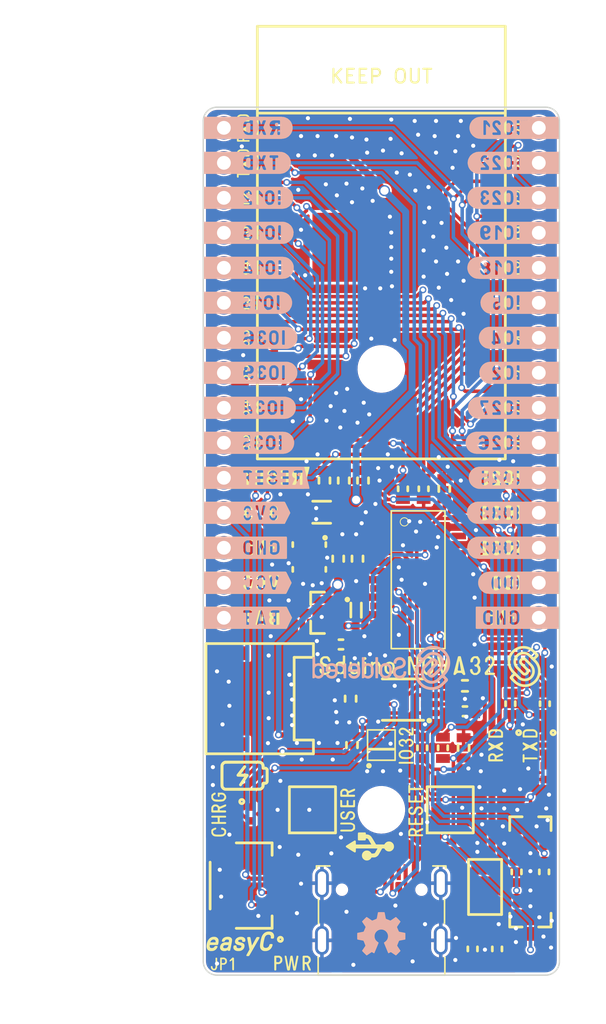
<source format=kicad_pcb>
(kicad_pcb (version 20210623) (generator pcbnew)
  (layers (0 "F.Cu" mixed) (31 "B.Cu" signal) (34 "B.Paste" user) (35 "F.Paste" user) (36 "B.SilkS" user "B.Silkscreen") (37 "F.SilkS" user "F.Silkscreen") (38 "B.Mask" user) (39 "F.Mask" user) (44 "Edge.Cuts" user))
  (net 0 "")
  (net 1 "+3V3")
  (net 2 "GND")
  (net 3 "RESET")
  (net 4 "VUSB")
  (net 5 "Net-(C4-Pad1)")
  (net 6 "VCC")
  (net 7 "VBAT")
  (net 8 "TXD0")
  (net 9 "Net-(D1-Pad1)")
  (net 10 "RXD0")
  (net 11 "Net-(D2-Pad1)")
  (net 12 "Net-(D3-Pad1)")
  (net 13 "IO32")
  (net 15 "Net-(D6-Pad2)")
  (net 17 "Net-(F1-Pad2)")
  (net 19 "D-")
  (net 20 "D+")
  (net 21 "Net-(K1-PadB5)")
  (net 23 "Net-(K1-PadA5)")
  (net 24 "SDA")
  (net 25 "SCL")
  (net 26 "SPI_MISO")
  (net 27 "SPI_MOSI")
  (net 28 "SPI_SCK")
  (net 29 "SPI_CS")
  (net 30 "SENSOR_VP")
  (net 31 "SENSOR_VN")
  (net 32 "IO34")
  (net 33 "IO35")
  (net 34 "IO23")
  (net 35 "IO19")
  (net 36 "IO18")
  (net 37 "IO5")
  (net 38 "IO4")
  (net 39 "IO2")
  (net 40 "IO27")
  (net 41 "IO26")
  (net 42 "IO25")
  (net 43 "IO33")
  (net 44 "RTS")
  (net 45 "Net-(Q2-Pad1)")
  (net 46 "IO0")
  (net 47 "DTR")
  (net 48 "Net-(Q3-Pad1)")
  (net 49 "Net-(R4-Pad1)")
  (net 50 "Net-(R5-Pad1)")
  (net 51 "Net-(R14-Pad1)")
  (net 52 "Net-(R15-Pad1)")
  (net 65 "Net-(D4-Pad3)")
  (footprint "buzzardLabel" (layer "F.Cu") (at 67.39 106.28 90)
    (fp_text reference "")
    (fp_text value "")
  )
  (footprint "buzzardLabel" (layer "F.Cu") (at 87.47 91.04 90)
    (fp_text reference "")
    (fp_text value "")
  )
  (footprint "e-radionica.com footprinti:0603R" (layer "F.Cu") (at 89.3 130.3 -90)
    (fp_text reference "R5")
    (fp_text value "1k")
  )
  (footprint "e-radionica.com footprinti:0402R" (layer "F.Cu") (at 89.3 135.3 -90)
    (fp_text reference "R6")
    (fp_text value "0R")
  )
  (footprint "e-radionica.com footprinti:1206C" (layer "F.Cu") (at 73.1 116.4)
    (fp_text reference "C1")
    (fp_text value "10uF")
  )
  (footprint "buzzardLabel" (layer "F.Cu") (at 67.39 98.66 90)
    (fp_text reference "")
    (fp_text value "")
  )
  (footprint "buzzardLabel" (layer "F.Cu") (at 67.39 88.5 90)
    (fp_text reference "")
    (fp_text value "")
  )
  (footprint "buzzardLabel" (layer "F.Cu") (at 87.47 93.58 90)
    (fp_text reference "")
    (fp_text value "")
  )
  (footprint "e-radionica.com footprinti:1206FUSE" (layer "F.Cu") (at 84.96 143.6 -90)
    (fp_text reference "F1")
    (fp_text value "1206FUSE-500mA")
  )
  (footprint "e-radionica.com footprinti:0603R" (layer "F.Cu") (at 89.249 142.505 -90)
    (fp_text reference "R10")
    (fp_text value "0603R")
  )
  (footprint "Soldered Graphics:Logo-Back-OSH-3.5mm" (layer "F.Cu") (at 77.43 147)
    (fp_text reference "G***" hide)
    (fp_text value "LOGO" hide)
  )
  (footprint "buzzardLabel" (layer "F.Cu") (at 74.96 138 90)
    (fp_text reference "")
    (fp_text value "")
  )
  (footprint "e-radionica.com footprinti:0603C" (layer "F.Cu") (at 82 114.7 -90)
    (fp_text reference "C3")
    (fp_text value "0.1uF")
  )
  (footprint "buzzardLabel" (layer "F.Cu") (at 79.9 138 90)
    (fp_text reference "")
    (fp_text value "")
  )
  (footprint "e-radionica.com footprinti:0603R" (layer "F.Cu") (at 81.9 133.5 90)
    (fp_text reference "R1")
    (fp_text value "10k")
  )
  (footprint "e-radionica.com footprinti:0603C" (layer "F.Cu") (at 74.7 114.1 -90)
    (fp_text reference "C8")
    (fp_text value "2.2uF")
  )
  (footprint "e-radionica.com footprinti:0603R" (layer "F.Cu") (at 86.8 130.3 -90)
    (fp_text reference "R4")
    (fp_text value "1k")
  )
  (footprint "e-radionica.com footprinti:0402LED" (layer "F.Cu") (at 86.8 133.3 90)
    (fp_text reference "D2")
    (fp_text value "orange")
  )
  (footprint "buzzardLabel" (layer "F.Cu") (at 67.39 93.58 90)
    (fp_text reference "")
    (fp_text value "")
  )
  (footprint "e-radionica.com footprinti:0402R" (layer "F.Cu") (at 86.8 135.3 -90)
    (fp_text reference "R7")
    (fp_text value "0R")
  )
  (footprint "e-radionica.com footprinti:SMD-JUMPER-CONNECTED_TRACE_SLODERMASK" (layer "F.Cu") (at 67.8 149.2)
    (fp_text reference "REF**")
    (fp_text value "SMD-JUMPER-CONNECTED_TRACE_SOLDERMASK")
  )
  (footprint "e-radionica.com footprinti:HEADER_MALE_15X1" (layer "F.Cu") (at 88.86 106.28 90)
    (fp_text reference "K5")
    (fp_text value "HEADER_MALE_15X1")
  )
  (footprint "buzzardLabel" (layer "F.Cu") (at 87.47 103.74 90)
    (fp_text reference "")
    (fp_text value "")
  )
  (footprint "Soldered Graphics:Logo-Front-Soldered-3mm" (layer "F.Cu") (at 87.8 127.6)
    (fp_text reference "G***" hide)
    (fp_text value "LOGO" hide)
  )
  (footprint "buzzardLabel" (layer "F.Cu") (at 90.76 113.9)
    (fp_text reference "")
    (fp_text value "")
  )
  (footprint "e-radionica.com footprinti:0603R" (layer "F.Cu") (at 85.836 148.095 -90)
    (fp_text reference "R2")
    (fp_text value "5.1k")
  )
  (footprint "e-radionica.com footprinti:TPS7A2633DRVR" (layer "F.Cu") (at 72.2 119.647 -90)
    (fp_text reference "U3")
    (fp_text value "TPS7A2633DRVR")
  )
  (footprint "e-radionica.com footprinti:WS2812B-2020" (layer "F.Cu") (at 77.43 133.3 -90)
    (fp_text reference "D4")
    (fp_text value "WS2812B-2020")
  )
  (footprint "Soldered Graphics:Symbol-Front-Battery" (layer "F.Cu") (at 67.5 135.6)
    (fp_text reference "G***" hide)
    (fp_text value "LOGO" hide)
  )
  (footprint "buzzardLabel" (layer "F.Cu") (at 65.9 149.2)
    (fp_text reference "")
    (fp_text value "")
  )
  (footprint "e-radionica.com footprinti:0402R" (layer "F.Cu") (at 68 138.3 -90)
    (fp_text reference "R15")
    (fp_text value "0R")
  )
  (footprint "Soldered Graphics:Symbol-Front-USB" (layer "F.Cu") (at 76.6 140.66 90)
    (fp_text reference "G***" hide)
    (fp_text value "LOGO" hide)
  )
  (footprint "buzzardLabel" (layer "F.Cu") (at 67.39 108.82 90)
    (fp_text reference "")
    (fp_text value "")
  )
  (footprint "buzzardLabel" (layer "F.Cu") (at 90.76 118.98)
    (fp_text reference "")
    (fp_text value "")
  )
  (footprint "e-radionica.com footprinti:0402LED" (layer "F.Cu") (at 71 148 180)
    (fp_text reference "D3")
    (fp_text value "purple")
  )
  (footprint "buzzardLabel" (layer "F.Cu") (at 67.39 91.04 90)
    (fp_text reference "")
    (fp_text value "")
  )
  (footprint "buzzardLabel" (layer "F.Cu") (at 90.76 124.06)
    (fp_text reference "")
    (fp_text value "")
  )
  (footprint "e-radionica.com footprinti:HEADER_MALE_15X1" (layer "F.Cu") (at 66 106.28 90)
    (fp_text reference "K4")
    (fp_text value "HEADER_MALE_15X1")
  )
  (footprint "e-radionica.com footprinti:0603R" (layer "F.Cu") (at 79 114.7 -90)
    (fp_text reference "R13")
    (fp_text value "10k")
  )
  (footprint "e-radionica.com footprinti:0603R" (layer "F.Cu") (at 84.058 148.095 -90)
    (fp_text reference "R3")
    (fp_text value "5.1k")
  )
  (footprint "e-radionica.com footprinti:SOP-16" (layer "F.Cu") (at 80.1 121.3)
    (fp_text reference "U1")
    (fp_text value "CH340C")
  )
  (footprint "e-radionica.com footprinti:easyC-connector" (layer "F.Cu") (at 67.8 143.5 90)
    (fp_text reference "K2")
    (fp_text value "easyC-SMD")
  )
  (footprint "buzzardLabel" (layer "F.Cu") (at 87.47 108.82 90)
    (fp_text reference "")
    (fp_text value "")
  )
  (footprint "e-radionica.com footprinti:0402LED" (layer "F.Cu") (at 89.3 133.3 90)
    (fp_text reference "D1")
    (fp_text value "blue")
  )
  (footprint "e-radionica.com footprinti:SOT-23-3" (layer "F.Cu") (at 88.249 145.805 -90)
    (fp_text reference "Q2")
    (fp_text value "NPN-SOT-23-3")
  )
  (footprint "Soldered Graphics:Logo-Front-easyC-5mm" (layer "F.Cu") (at 67.2 147.7)
    (fp_text reference "G***" hide)
    (fp_text value "LOGO" hide)
  )
  (footprint "e-radionica.com footprinti:SOD-323" (layer "F.Cu") (at 75.596803 123.5 90)
    (fp_text reference "D5")
    (fp_text value "schottky diode")
  )
  (footprint "e-radionica.com footprinti:0603C" (layer "F.Cu") (at 74.3 119.774 -90)
    (fp_text reference "C7")
    (fp_text value "2.2uF")
  )
  (footprint "buzzardLabel" (layer "F.Cu") (at 87.47 98.66 90)
    (fp_text reference "")
    (fp_text value "")
  )
  (footprint "e-radionica.com footprinti:0603R" (layer "F.Cu") (at 87.249 142.505 90)
    (fp_text reference "R11")
    (fp_text value "0603R")
  )
  (footprint "e-radionica.com footprinti:FIDUCIAL_1MM_PASTE" (layer "F.Cu") (at 74.2 149.1)
    (fp_text reference "FD1")
    (fp_text value "Fiducial_Stencil")
  )
  (footprint "buzzardLabel" (layer "F.Cu") (at 90.76 116.44)
    (fp_text reference "")
    (fp_text value "")
  )
  (footprint "Soldered Graphics:Logo-Back-SolderedFULL-10mm" (layer "F.Cu") (at 77.43 127.7)
    (fp_text reference "G***" hide)
    (fp_text value "LOGO" hide)
  )
  (footprint "e-radionica.com footprinti:ESP32-WROVER" (layer "F.Cu") (at 77.43 100)
    (fp_text reference "U2")
    (fp_text value "ESP32-WROVER")
  )
  (footprint "buzzardLabel" (layer "F.Cu") (at 65.6 138.3 90)
    (fp_text reference "")
    (fp_text value "")
  )
  (footprint "buzzardLabel" (layer "F.Cu") (at 88.2 133.3 90)
    (fp_text reference "")
    (fp_text value "")
  )
  (footprint "e-radionica.com footprinti:0402LED" (layer "F.Cu") (at 66.7 138.3 90)
    (fp_text reference "D6")
    (fp_text value "red")
  )
  (footprint "e-radionica.com footprinti:0603C" (layer "F.Cu") (at 75.7 119.774 90)
    (fp_text reference "C4")
    (fp_text value "0.1uF")
  )
  (footprint "buzzardLabel" (layer "F.Cu") (at 64.1 113.9)
    (fp_text reference "")
    (fp_text value "")
  )
  (footprint "buzzardLabel" (layer "F.Cu") (at 67.39 101.2 90)
    (fp_text reference "")
    (fp_text value "")
  )
  (footprint "e-radionica.com footprinti:0603R" (layer "F.Cu") (at 74.5 126 180)
    (fp_text reference "R9")
    (fp_text value "0603R")
  )
  (footprint "e-radionica.com footprinti:YTSA007A0151803B" (layer "F.Cu") (at 72.43 138 90)
    (fp_text reference "SW2")
    (fp_text value "YTSA007A0151803B")
  )
  (footprint "e-radionica.com footprinti:HOLE_3.2mm" (layer "F.Cu") (at 77.43 138)
    (fp_text reference "H1" hide)
    (fp_text value "HOLE_3.2mm" hide)
  )
  (footprint "buzzardLabel" (layer "F.Cu") (at 79.39 127.5)
    (fp_text reference "")
    (fp_text value "")
  )
  (footprint "buzzardLabel" (layer "F.Cu") (at 64.1 124.06)
    (fp_text reference "")
    (fp_text value "")
  )
  (footprint "buzzardLabel" (layer "F.Cu") (at 67.39 96.12 90)
    (fp_text reference "")
    (fp_text value "")
  )
  (footprint "e-radionica.com footprinti:0603C" (layer "F.Cu") (at 75.2 129.934 90)
    (fp_text reference "C9")
    (fp_text value "2.2uF")
  )
  (footprint "buzzardLabel" (layer "F.Cu") (at 87.47 111.36 90)
    (fp_text reference "")
    (fp_text value "")
  )
  (footprint "buzzardLabel" (layer "F.Cu") (at 87.47 101.2 90)
    (fp_text reference "")
    (fp_text value "")
  )
  (footprint "buzzardLabel" (layer "F.Cu") (at 64.1 118.98)
    (fp_text reference "")
    (fp_text value "")
  )
  (footprint "buzzardLabel" (layer "F.Cu") (at 90.76 121.52)
    (fp_text reference "")
    (fp_text value "")
  )
  (footprint "e-radionica.com footprinti:0603C" (layer "F.Cu") (at 83.4 133.5 -90)
    (fp_text reference "C2")
    (fp_text value "1uF")
  )
  (footprint "e-radionica.com footprinti:JST-2pin-SMD" (layer "F.Cu") (at 69.5 129.934 90)
    (fp_text reference "K3")
    (fp_text value "JST-2pin-SMD")
  )
  (footprint "e-radionica.com footprinti:0603C" (layer "F.Cu") (at 76.1 114.1 -90)
    (fp_text reference "C6")
    (fp_text value "0.1uF")
  )
  (footprint "e-radionica.com footprinti:0603R" (layer "F.Cu") (at 80.5 114.7 90)
    (fp_text reference "R12")
    (fp_text value "10k")
  )
  (footprint "buzzardLabel" (layer "F.Cu") (at 67.39 103.74 90)
    (fp_text reference "")
    (fp_text value "")
  )
  (footprint "buzzardLabel" (layer "F.Cu") (at 71 149.1)
    (fp_text reference "")
    (fp_text value "")
  )
  (footprint "e-radionica.com footprinti:0603R" (layer "F.Cu") (at 80.4 133.5 90)
    (fp_text reference "R17")
    (fp_text value "1k")
  )
  (footprint "e-radionica.com footprinti:0603C" (layer "F.Cu") (at 73.3 114.1 -90)
    (fp_text reference "C5")
    (fp_text value "1uF")
  )
  (footprint "buzzardLabel" (layer "F.Cu") (at 64.1 121.52)
    (fp_text reference "")
    (fp_text value "")
  )
  (footprint "e-radionica.com footprinti:0603C" (layer "F.Cu") (at 83.5 129 180)
    (fp_text reference "C10")
    (fp_text value "2.2uF")
  )
  (footprint "buzzardLabel" (layer "F.Cu") (at 87.47 96.12 90)
    (fp_text reference "")
    (fp_text value "")
  )
  (footprint "e-radionica.com footprinti:TP4056M-MSOP8" (layer "F.Cu") (at 79 130 180)
    (fp_text reference "U4")
    (fp_text value "TP4056M")
  )
  (footprint "e-radionica.com footprinti:0603R" (layer "F.Cu") (at 83.5 130.85)
    (fp_text reference "R14")
    (fp_text value "3k")
  )
  (footprint "e-radionica.com footprinti:YTSA007A0151803B" (layer "F.Cu") (at 82.43 138 90)
    (fp_text reference "SW1")
    (fp_text value "YTSA007A0151803B")
  )
  (footprint "e-radionica.com footprinti:0603C" (layer "F.Cu") (at 75.3 133.3 -90)
    (fp_text reference "C11")
    (fp_text value "1uF")
  )
  (footprint "e-radionica.com footprinti:0402R" (layer "F.Cu") (at 71 146.8)
    (fp_text reference "R8")
    (fp_text value "0R")
  )
  (footprint "buzzardLabel" (layer "F.Cu") (at 87.47 106.28 90)
    (fp_text reference "")
    (fp_text value "")
  )
  (footprint "buzzardLabel" (layer "F.Cu") (at 87.47 88.5 90)
    (fp_text reference "")
    (fp_text value "")
  )
  (footprint "buzzardLabel" (layer "F.Cu") (at 67.39 111.36 90)
    (fp_text reference "")
    (fp_text value "")
  )
  (footprint "buzzardLabel" (layer "F.Cu") (at 85.7 133.3 90)
    (fp_text reference "")
    (fp_text value "")
  )
  (footprint "e-radionica.com footprinti:SOT-23-3" (layer "F.Cu") (at 73 123.7 180)
    (fp_text reference "Q1")
    (fp_text value "PMOS-SOT-23-3")
  )
  (footprint "e-radionica.com footprinti:SOT-23-3" (layer "F.Cu") (at 88.249 139.205 90)
    (fp_text reference "Q3")
    (fp_text value "NPN-SOT-23-3")
  )
  (footprint "e-radionica.com footprinti:HOLE_3.2mm" (layer "F.Cu") (at 77.43 106)
    (fp_text reference "H3" hide)
    (fp_text value "HOLE_3.2mm" hide)
  )
  (footprint "e-radionica.com footprinti:U262-161N-4BVC11" (layer "F.Cu") (at 77.43 145)
    (fp_text reference "K1")
    (fp_text value "U262-161N-4BVC11")
  )
  (footprint "buzzardLabel" (layer "F.Cu") (at 79.2 133.3 90)
    (fp_text reference "")
    (fp_text value "")
  )
  (footprint "buzzardLabel" (layer "F.Cu") (at 64.1 116.44)
    (fp_text reference "")
    (fp_text value "")
  )
  (footprint "buzzardLabel" (layer "B.Cu") (at 90.76 121.52 180)
    (fp_text reference "")
    (fp_text value "")
  )
  (footprint "buzzardLabel" (layer "B.Cu") (at 64.1 121.52 180)
    (fp_text reference "")
    (fp_text value "")
  )
  (footprint "buzzardLabel" (layer "B.Cu") (at 64.1 116.44 180)
    (fp_text reference "")
    (fp_text value "")
  )
  (footprint "buzzardLabel" (layer "B.Cu") (at 90.76 108.82 180)
    (fp_text reference "")
    (fp_text value "")
  )
  (footprint "buzzardLabel" (layer "B.Cu") (at 64.1 88.5 180)
    (fp_text reference "")
    (fp_text value "")
  )
  (footprint "buzzardLabel" (layer "B.Cu") (at 64.1 93.58 180)
    (fp_text reference "")
    (fp_text value "")
  )
  (footprint "buzzardLabel" (layer "B.Cu") (at 90.76 118.98 180)
    (fp_text reference "")
    (fp_text value "")
  )
  (footprint "buzzardLabel" (layer "B.Cu") (at 90.76 101.2 180)
    (fp_text reference "")
    (fp_text value "")
  )
  (footprint "buzzardLabel" (layer "B.Cu") (at 90.76 93.58 180)
    (fp_text reference "")
    (fp_text value "")
  )
  (footprint "buzzardLabel" (layer "B.Cu") (at 90.76 96.12 180)
    (fp_text reference "")
    (fp_text value "")
  )
  (footprint "buzzardLabel" (layer "B.Cu") (at 64.1 124.06 180)
    (fp_text reference "")
    (fp_text value "")
  )
  (footprint "buzzardLabel" (layer "B.Cu") (at 64.1 98.66 180)
    (fp_text reference "")
    (fp_text value "")
  )
  (footprint "buzzardLabel" (layer "B.Cu") (at 64.1 108.82 180)
    (fp_text reference "")
    (fp_text value "")
  )
  (footprint "buzzardLabel" (layer "B.Cu") (at 64.1 96.12 180)
    (fp_text reference "")
    (fp_text value "")
  )
  (footprint "buzzardLabel" (layer "B.Cu") (at 90.76 113.9 180)
    (fp_text reference "")
    (fp_text value "")
  )
  (footprint "buzzardLabel" (layer "B.Cu") (at 64.1 106.28 180)
    (fp_text reference "")
    (fp_text value "")
  )
  (footprint "buzzardLabel" (layer "B.Cu") (at 64.1 113.9 180)
    (fp_text reference "")
    (fp_text value "")
  )
  (footprint "buzzardLabel" (layer "B.Cu") (at 64.1 118.98 180)
    (fp_text reference "")
    (fp_text value "")
  )
  (footprint "buzzardLabel" (layer "B.Cu") (at 90.76 116.44 180)
    (fp_text reference "")
    (fp_text value "")
  )
  (footprint "buzzardLabel" (layer "B.Cu") (at 64.1 101.2 180)
    (fp_text reference "")
    (fp_text value "")
  )
  (footprint "buzzardLabel" (layer "B.Cu") (at 90.76 106.28 180)
    (fp_text reference "")
    (fp_text value "")
  )
  (footprint "buzzardLabel" (layer "B.Cu") (at 90.76 111.36 180)
    (fp_text reference "")
    (fp_text value "")
  )
  (footprint "buzzardLabel" (layer "B.Cu") (at 90.76 91.04 180)
    (fp_text reference "")
    (fp_text value "")
  )
  (footprint "buzzardLabel" (layer "B.Cu") (at 90.76 98.66 180)
    (fp_text reference "")
    (fp_text value "")
  )
  (footprint "Soldered Graphics:Version1.0.0." (layer "B.Cu") (at 88.6 149.2 180)
    (fp_text reference "")
    (fp_text value "")
  )
  (footprint "buzzardLabel" (layer "B.Cu") (at 64.1 91.04 180)
    (fp_text reference "")
    (fp_text value "")
  )
  (footprint "buzzardLabel" (layer "B.Cu") (at 90.76 124.06 180)
    (fp_text reference "")
    (fp_text value "")
  )
  (footprint "buzzardLabel" (layer "B.Cu") (at 90.76 103.74 180)
    (fp_text reference "")
    (fp_text value "")
  )
  (footprint "buzzardLabel" (layer "B.Cu") (at 90.76 88.5 180)
    (fp_text reference "")
    (fp_text value "")
  )
  (footprint "buzzardLabel" (layer "B.Cu") (at 64.1 103.74 180)
    (fp_text reference "")
    (fp_text value "")
  )
  (footprint "buzzardLabel" (layer "B.Cu") (at 64.1 111.36 180)
    (fp_text reference "")
    (fp_text value "")
  )
  (gr_arc (start 89.36 149) (end 89.36 150) (angle -90) (layer "Edge.Cuts") (width 0.1))
  (gr_arc (start 89.36 88) (end 89.36 87) (angle 90) (layer "Edge.Cuts") (width 0.1))
  (gr_arc (start 65.5 149) (end 65.5 150) (angle 90) (layer "Edge.Cuts") (width 0.1))
  (gr_line locked (start 64.5 88) (end 64.5 149) (layer "Edge.Cuts") (width 0.1))
  (gr_line locked (start 90.36 149) (end 90.36 88) (layer "Edge.Cuts") (width 0.1))
  (gr_arc (start 65.5 88) (end 65.5 87) (angle -90) (layer "Edge.Cuts") (width 0.1))
  (gr_line locked (start 89.36 87) (end 65.5 87) (layer "Edge.Cuts") (width 0.1))
  (gr_line locked (start 65.5 150) (end 89.36 150) (layer "Edge.Cuts") (width 0.1))
  (segment (start 72.64 117.8) (end 72.9 118.06) (width 0.4) (layer "F.Cu") (net 1))
  (segment (start 78.315 115.475) (end 79 115.475) (width 0.254) (layer "F.Cu") (net 1))
  (segment (start 81.9 132.6) (end 81.9 132.725) (width 0.254) (layer "F.Cu") (net 1))
  (segment (start 77.23 114.83) (end 76.1 114.83) (width 0.254) (layer "F.Cu") (net 1))
  (segment (start 69.65 143) (end 67.86899 143) (width 0.3) (layer "F.Cu") (net 1))
  (segment (start 72.9 118.06) (end 72.9 118.602) (width 0.4) (layer "F.Cu") (net 1))
  (segment (start 66 116.44) (end 68.14 116.44) (width 0.4) (layer "F.Cu") (net 1))
  (segment (start 77.875 115.475) (end 77.23 114.83) (width 0.254) (layer "F.Cu") (net 1))
  (segment (start 78.315 115.475) (end 77.875 115.475) (width 0.254) (layer "F.Cu") (net 1))
  (segment (start 74.44 89.84) (end 77.66 93.06) (width 0.5) (layer "F.Cu") (net 1))
  (segment (start 68.93 89.84) (end 74.44 89.84) (width 0.5) (layer "F.Cu") (net 1))
  (segment (start 67.86899 143) (end 67.56899 142.7) (width 0.3) (layer "F.Cu") (net 1))
  (segment (start 69.5 117.8) (end 72.64 117.8) (width 0.4) (layer "F.Cu") (net 1))
  (segment (start 82.5 132) (end 81.9 132.6) (width 0.254) (layer "F.Cu") (net 1))
  (segment (start 68.14 116.44) (end 69.5 117.8) (width 0.4) (layer "F.Cu") (net 1))
  (segment (start 68.93 89.84) (end 68.95 89.86) (width 0.5) (layer "F.Cu") (net 1))
  (via (at 75.6 115.5) (size 0.8) (drill 0.6) (layers "F.Cu" "B.Cu") (net 1))
  (via (at 78.315 115.475) (size 0.5) (drill 0.3) (layers "F.Cu" "B.Cu") (net 1))
  (via (at 77.66 93.06) (size 0.8) (drill 0.6) (layers "F.Cu" "B.Cu") (net 1))
  (via (at 67.56899 142.7) (size 0.5) (drill 0.3) (layers "F.Cu" "B.Cu") (net 1))
  (via (at 82.5 132) (size 0.5) (drill 0.3) (layers "F.Cu" "B.Cu") (net 1))
  (segment (start 75.6 111.72) (end 75.6 112.4) (width 0.5) (layer "B.Cu") (net 1))
  (segment (start 81.16 115.46) (end 78.33 115.46) (width 0.254) (layer "B.Cu") (net 1))
  (segment (start 67.7 142.56899) (end 67.56899 142.7) (width 0.3) (layer "B.Cu") (net 1))
  (segment (start 79.66 107.66) (end 75.6 111.72) (width 0.5) (layer "B.Cu") (net 1))
  (segment (start 82.5 132) (end 83.65 132) (width 0.254) (layer "B.Cu") (net 1))
  (segment (start 79.66 104.490318) (end 79.66 107.66) (width 0.5) (layer "B.Cu") (net 1))
  (segment (start 67.7 118.14) (end 67.7 142.56899) (width 0.3) (layer "B.Cu") (net 1))
  (segment (start 79.200001 94.600001) (end 79.200001 104.030319) (width 0.5) (layer "B.Cu") (net 1))
  (segment (start 66 116.44) (end 67.7 118.14) (width 0.3) (layer "B.Cu") (net 1))
  (segment (start 79.200001 104.030319) (end 79.66 104.490318) (width 0.5) (layer "B.Cu") (net 1))
  (segment (start 78.33 115.46) (end 78.315 115.475) (width 0.254) (layer "B.Cu") (net 1))
  (segment (start 83.65 132) (end 85.46 130.19) (width 0.254) (layer "B.Cu") (net 1))
  (segment (start 77.66 93.06) (end 79.200001 94.600001) (width 0.5) (layer "B.Cu") (net 1))
  (segment (start 85.46 130.19) (end 85.46 119.76) (width 0.254) (layer "B.Cu") (net 1))
  (segment (start 85.46 119.76) (end 81.16 115.46) (width 0.254) (layer "B.Cu") (net 1))
  (segment (start 75.6 112.4) (end 75.6 115.5) (width 0.5) (layer "B.Cu") (net 1))
  (via (at 76.2 125.4) (size 0.5) (drill 0.3) (layers "F.Cu" "B.Cu") (net 2))
  (via (at 78.15 87.9) (size 0.5) (drill 0.3) (layers "F.Cu" "B.Cu") (net 2))
  (via (at 66.35 128.7) (size 0.5) (drill 0.3) (layers "F.Cu" "B.Cu") (net 2))
  (via (at 88.1 135) (size 0.5) (drill 0.3) (layers "F.Cu" "B.Cu") (net 2))
  (via (at 71.4 90.5) (size 0.5) (drill 0.3) (layers "F.Cu" "B.Cu") (net 2))
  (via (at 78.4 103.9) (size 0.5) (drill 0.3) (layers "F.Cu" "B.Cu") (net 2))
  (via (at 70.7 122.8) (size 0.5) (drill 0.3) (layers "F.Cu" "B.Cu") (net 2))
  (via (at 77.55 135.2) (size 0.5) (drill 0.3) (layers "F.Cu" "B.Cu") (net 2))
  (via (at 84.55 136.35) (size 0.5) (drill 0.3) (layers "F.Cu" "B.Cu") (net 2))
  (via (at 84.95 148.15) (size 0.5) (drill 0.3) (layers "F.Cu" "B.Cu") (net 2))
  (via (at 76.3 116.4) (size 0.5) (drill 0.3) (layers "F.Cu" "B.Cu") (net 2))
  (via (at 76.05 92.9) (size 0.5) (drill 0.3) (layers "F.Cu" "B.Cu") (net 2))
  (via (at 77.2 131.6) (size 0.5) (drill 0.3) (layers "F.Cu" "B.Cu") (net 2))
  (via (at 76.4 90.3) (size 0.5) (drill 0.3) (layers "F.Cu" "B.Cu") (net 2))
  (via (at 83.4 102) (size 0.5) (drill 0.3) (layers "F.Cu" "B.Cu") (net 2))
  (via (at 78.85 139.75) (size 0.5) (drill 0.3) (layers "F.Cu" "B.Cu") (net 2))
  (via (at 80.6 131.8) (size 0.5) (drill 0.3) (layers "F.Cu" "B.Cu") (net 2))
  (via (at 71.9 99.2) (size 0.5) (drill 0.3) (layers "F.Cu" "B.Cu") (net 2))
  (via (at 78.8 135.15) (size 0.5) (drill 0.3) (layers "F.Cu" "B.Cu") (net 2))
  (via (at 72.8 89.1) (size 0.5) (drill 0.3) (layers "F.Cu" "B.Cu") (net 2))
  (via (at 69.25 131.35) (size 0.5) (drill 0.3) (layers "F.Cu" "B.Cu") (net 2))
  (via (at 86.35 136.6) (size 0.5) (drill 0.3) (layers "F.Cu" "B.Cu") (net 2))
  (via (at 76.35 89.35) (size 0.5) (drill 0.3) (layers "F.Cu" "B.Cu") (net 2))
  (via (at 66.4 130.45) (size 0.5) (drill 0.3) (layers "F.Cu" "B.Cu") (net 2))
  (via (at 86 112.6) (size 0.5) (drill 0.3) (layers "F.Cu" "B.Cu") (net 2))
  (via (at 78.4 129) (size 0.5) (drill 0.3) (layers "F.Cu" "B.Cu") (net 2))
  (via (at 89.4 137.9) (size 0.5) (drill 0.3) (layers "F.Cu" "B.Cu") (net 2))
  (via (at 78.15 96.1) (size 0.5) (drill 0.3) (layers "F.Cu" "B.Cu") (net 2))
  (via (at 65.5 127.95) (size 0.5) (drill 0.3) (layers "F.Cu" "B.Cu") (net 2))
  (via (at 73.5 119.7) (size 0.5) (drill 0.3) (layers "F.Cu" "B.Cu") (net 2))
  (via (at 84.65 135.2) (size 0.5) (drill 0.3) (layers "F.Cu" "B.Cu") (net 2))
  (via (at 71.6 108.2) (size 0.5) (drill 0.3) (layers "F.Cu" "B.Cu") (net 2))
  (via (at 78.2 113.1) (size 0.5) (drill 0.3) (layers "F.Cu" "B.Cu") (net 2))
  (via (at 82.8 90.2) (size 0.5) (drill 0.3) (layers "F.Cu" "B.Cu") (net 2))
  (via (at 88.25 141.15) (size 0.5) (drill 0.3) (layers "F.Cu" "B.Cu") (net 2))
  (via (at 76.7 103.8) (size 0.5) (drill 0.3) (layers "F.Cu" "B.Cu") (net 2))
  (via (at 67.3 89.85) (size 0.5) (drill 0.3) (layers "F.Cu" "B.Cu") (net 2))
  (via (at 81.8 95.4) (size 0.5) (drill 0.3) (layers "F.Cu" "B.Cu") (net 2))
  (via (at 73.4 92.6) (size 0.5) (drill 0.3) (layers "F.Cu" "B.Cu") (net 2))
  (via (at 89.75 148) (size 0.5) (drill 0.3) (layers "F.Cu" "B.Cu") (net 2))
  (via (at 84.2 122.6) (size 0.5) (drill 0.3) (layers "F.Cu" "B.Cu") (net 2))
  (via (at 84.1 120.9) (size 0.5) (drill 0.3) (layers "F.Cu" "B.Cu") (net 2))
  (via (at 71.3 133.15) (size 0.5) (drill 0.3) (layers "F.Cu" "B.Cu") (net 2))
  (via (at 89.8 127.6) (size 0.5) (drill 0.3) (layers "F.Cu" "B.Cu") (net 2))
  (via (at 70.95 131.15) (size 0.5) (drill 0.3) (layers "F.Cu" "B.Cu") (net 2))
  (via (at 81.4 90.3) (size 0.5) (drill 0.3) (layers "F.Cu" "B.Cu") (net 2))
  (via (at 89.2 147.2) (size 0.5) (drill 0.3) (layers "F.Cu" "B.Cu") (net 2))
  (via (at 79.9 93.05) (size 0.5) (drill 0.3) (layers "F.Cu" "B.Cu") (net 2))
  (via (at 82.85 147.3) (size 0.5) (drill 0.3) (layers "F.Cu" "B.Cu") (net 2))
  (via (at 75.3 93.9) (size 0.5) (drill 0.3) (layers "F.Cu" "B.Cu") (net 2))
  (via (at 77.35 100.15) (size 0.5) (drill 0.3) (layers "F.Cu" "B.Cu") (net 2))
  (via (at 70.9 128.9) (size 0.5) (drill 0.3) (layers "F.Cu" "B.Cu") (net 2))
  (via (at 71.6 95.9) (size 0.5) (drill 0.3) (layers "F.Cu" "B.Cu") (net 2))
  (via (at 76.15 108.45) (size 0.5) (drill 0.3) (layers "F.Cu" "B.Cu") (net 2))
  (via (at 72.8 112.2) (size 0.5) (drill 0.3) (layers "F.Cu" "B.Cu") (net 2))
  (via (at 89.5 138.75) (size 0.5) (drill 0.3) (layers "F.Cu" "B.Cu") (net 2))
  (via (at 71.4 93) (size 0.5) (drill 0.3) (layers "F.Cu" "B.Cu") (net 2))
  (via (at 78.05 94.95) (size 0.5) (drill 0.3) (layers "F.Cu" "B.Cu") (net 2))
  (via (at 84.2 126) (size 0.5) (drill 0.3) (layers "F.Cu" "B.Cu") (net 2))
  (via (at 78.9 121.3) (size 0.5) (drill 0.3) (layers "F.Cu" "B.Cu") (net 2))
  (via (at 84.3 117.7) (size 0.5) (drill 0.3) (layers "F.Cu" "B.Cu") (net 2))
  (via (at 69.4 125.4) (size 0.5) (drill 0.3) (layers "F.Cu" "B.Cu") (net 2))
  (via (at 74.75 109.05) (size 0.5) (drill 0.3) (layers "F.Cu" "B.Cu") (net 2))
  (via (at 69.25 126.8) (size 0.5) (drill 0.3) (layers "F.Cu" "B.Cu") (net 2))
  (via (at 74.2 93.4) (size 0.5) (drill 0.3) (layers "F.Cu" "B.Cu") (net 2))
  (via (at 74.25 133.15) (size 0.5) (drill 0.3) (layers "F.Cu" "B.Cu") (net 2))
  (via (at 80.9 94.3) (size 0.5) (drill 0.3) (layers "F.Cu" "B.Cu") (net 2))
  (via (at 83.75 135) (size 0.5) (drill 0.3) (layers "F.Cu" "B.Cu") (net 2))
  (via (at 74.95 107.45) (size 0.5) (drill 0.3) (layers "F.Cu" "B.Cu") (net 2))
  (via (at 80.6 121.6) (size 0.5) (drill 0.3) (layers "F.Cu" "B.Cu") (net 2))
  (via (at 77.3 114.1) (size 0.5) (drill 0.3) (layers "F.Cu" "B.Cu") (net 2))
  (via (at 74.05 130.05) (size 0.5) (drill 0.3) (layers "F.Cu" "B.Cu") (net 2))
  (via (at 79.5 91.9) (size 0.5) (drill 0.3) (layers "F.Cu" "B.Cu") (net 2))
  (via (at 72.7 116.9) (size 0.5) (drill 0.3) (layers "F.Cu" "B.Cu") (net 2))
  (via (at 71.6 143.36) (size 0.5) (drill 0.3) (layers "F.Cu" "B.Cu") (net 2))
  (via (at 84.75 139.05) (size 0.5) (drill 0.3) (layers "F.Cu" "B.Cu") (net 2))
  (via (at 79 118.8) (size 0.5) (drill 0.3) (layers "F.Cu" "B.Cu") (net 2))
  (via (at 75.3 89.2) (size 0.5) (drill 0.3) (layers "F.Cu" "B.Cu") (net 2))
  (via (at 69.25 129.5) (size 0.5) (drill 0.3) (layers "F.Cu" "B.Cu") (net 2))
  (via (at 73.85 90.5) (size 0.5) (drill 0.3) (layers "F.Cu" "B.Cu") (net 2))
  (via (at 86.8 145.75) (size 0.5) (drill 0.3) (layers "F.Cu" "B.Cu") (net 2))
  (via (at 75.4 149.25) (size 0.5) (drill 0.3) (layers "F.Cu" "B.Cu") (net 2))
  (via (at 72.6 90.5) (size 0.5) (drill 0.3) (layers "F.Cu" "B.Cu") (net 2))
  (via (at 73.1 124) (size 0.5) (drill 0.3) (layers "F.Cu" "B.Cu") (net 2))
  (via (at 75.6 118) (size 0.5) (drill 0.3) (layers "F.Cu" "B.Cu") (net 2))
  (via (at 83.5 129.95) (size 0.5) (drill 0.3) (layers "F.Cu" "B.Cu") (net 2))
  (via (at 76.4 135.2) (size 0.5) (drill 0.3) (layers "F.Cu" "B.Cu") (net 2))
  (via (at 72.2 138) (size 0.5) (drill 0.3) (layers "F.Cu" "B.Cu") (net 2))
  (via (at 69.9 138) (size 0.5) (drill 0.3) (layers "F.Cu" "B.Cu") (net 2))
  (via (at 78.55 91.75) (size 0.5) (drill 0.3) (layers "F.Cu" "B.Cu") (net 2))
  (via (at 87.2 146.6) (size 0.5) (drill 0.3) (layers "F.Cu" "B.Cu") (net 2))
  (via (at 80.55 95.35) (size 0.5) (drill 0.3) (layers "F.Cu" "B.Cu") (net 2))
  (via (at 76.55 109.3) (size 0.5) (drill 0.3) (layers "F.Cu" "B.Cu") (net 2))
  (via (at 81.2 96.4) (size 0.5) (drill 0.3) (layers "F.Cu" "B.Cu") (net 2))
  (via (at 75.7 109.9) (size 0.5) (drill 0.3) (layers "F.Cu" "B.Cu") (net 2))
  (via (at 80.25 117.1) (size 0.5) (drill 0.3) (layers "F.Cu" "B.Cu") (net 2))
  (via (at 88.25 145) (size 0.5) (drill 0.3) (layers "F.Cu" "B.Cu") (net 2))
  (via (at 75.15 87.85) (size 0.5) (drill 0.3) (layers "F.Cu" "B.Cu") (net 2))
  (via (at 73.1 121.55) (size 0.5) (drill 0.3) (layers "F.Cu" "B.Cu") (net 2))
  (via (at 84.4 140.4) (size 0.5) (drill 0.3) (layers "F.Cu" "B.Cu") (net 2))
  (via (at 89.6 136.9) (size 0.5) (drill 0.3) (layers "F.Cu" "B.Cu") (net 2))
  (via (at 71.65 134.35) (size 0.5) (drill 0.3) (layers "F.Cu" "B.Cu") (net 2))
  (via (at 74.15 130.9) (size 0.5) (drill 0.3) (layers "F.Cu" "B.Cu") (net 2))
  (via (at 65.2 136.2) (size 0.5) (drill 0.3) (layers "F.Cu" "B.Cu") (net 2))
  (via (at 66.4 139.8) (size 0.5) (drill 0.3) (layers "F.Cu" "B.Cu") (net 2))
  (via (at 78.1 133.2) (size 0.5) (drill 0.3) (layers "F.Cu" "B.Cu") (net 2))
  (via (at 83.4 99.6) (size 0.5) (drill 0.3) (layers "F.Cu" "B.Cu") (net 2))
  (via (at 80.758022 138.9) (size 0.5) (drill 0.3) (layers "F.Cu" "B.Cu") (net 2))
  (via (at 69.2 133.16) (size 0.5) (drill 0.3) (layers "F.Cu" "B.Cu") (net 2))
  (via (at 75.6 121.4) (size 0.5) (drill 0.3) (layers "F.Cu" "B.Cu") (net 2))
  (via (at 80.1 89) (size 0.5) (drill 0.3) (layers "F.Cu" "B.Cu") (net 2))
  (via (at 70.95 130) (size 0.5) (drill 0.3) (layers "F.Cu" "B.Cu") (net 2))
  (via (at 72.45 121.7) (size 0.5) (drill 0.3) (layers "F.Cu" "B.Cu") (net 2))
  (via (at 74.9 92.55) (size 0.5) (drill 0.3) (layers "F.Cu" "B.Cu") (net 2))
  (via (at 77.7 126.8) (size 0.5) (drill 0.3) (layers "F.Cu" "B.Cu") (net 2))
  (via (at 82.5 101) (size 0.5) (drill 0.3) (layers "F.Cu" "B.Cu") (net 2))
  (via (at 76.6 126.7) (size 0.5) (drill 0.3) (layers "F.Cu" "B.Cu") (net 2))
  (via (at 87.5 136.5) (size 0.5) (drill 0.3) (layers "F.Cu" "B.Cu") (net 2))
  (via (at 81.3 89.1) (size 0.5) (drill 0.3) (layers "F.Cu" "B.Cu") (net 2))
  (via (at 77.2 113.2) (size 0.5) (drill 0.3) (layers "F.Cu" "B.Cu") (net 2))
  (via (at 79.85 88) (size 0.5) (drill 0.3) (layers "F.Cu" "B.Cu") (net 2))
  (via (at 78.45 144.95) (size 0.5) (drill 0.3) (layers "F.Cu" "B.Cu") (net 2))
  (via (at 78.2 100) (size 0.5) (drill 0.3) (layers "F.Cu" "B.Cu") (net 2))
  (via (at 68.5 145.7) (size 0.5) (drill 0.3) (layers "F.Cu" "B.Cu") (net 2))
  (via (at 78.7 125.3) (size 0.5) (drill 0.3) (layers "F.Cu" "B.Cu") (net 2))
  (via (at 78.1 89.3) (size 0.5) (drill 0.3) (layers "F.Cu" "B.Cu") (net 2))
  (via (at 79.95 117.8) (size 0.5) (drill 0.3) (layers "F.Cu" "B.Cu") (net 2))
  (via (at 72 112.7) (size 0.5) (drill 0.3) (layers "F.Cu" "B.Cu") (net 2))
  (via (at 74.3 128.6) (size 0.5) (drill 0.3) (layers "F.Cu" "B.Cu") (net 2))
  (via (at 74.45 110.25) (size 0.5) (drill 0.3) (layers "F.Cu" "B.Cu") (net 2))
  (via (at 65.2 134.9) (size 0.5) (drill 0.3) (layers "F.Cu" "B.Cu") (net 2))
  (via (at 71.75 121.6) (size 0.5) (drill 0.3) (layers "F.Cu" "B.Cu") (net 2))
  (via (at 78.15 98.95) (size 0.5) (drill 0.3) (layers "F.Cu" "B.Cu") (net 2))
  (via (at 84.4 141.05) (size 0.5) (drill 0.3) (layers "F.Cu" "B.Cu") (net 2))
  (via (at 73.9 134.35) (size 0.5) (drill 0.3) (layers "F.Cu" "B.Cu") (net 2))
  (via (at 78.9 90.35) (size 0.5) (drill 0.3) (layers "F.Cu" "B.Cu") (net 2))
  (via (at 74.9 145.4) (size 0.5) (drill 0.3) (layers "F.Cu" "B.Cu") (net 2))
  (via (at 73.8 141.16) (size 0.5) (drill 0.3) (layers "F.Cu" "B.Cu") (net 2))
  (via (at 82.25 113.1) (size 0.5) (drill 0.3) (layers "F.Cu" "B.Cu") (net 2))
  (via (at 81.4 98.2) (size 0.5) (drill 0.3) (layers "F.Cu" "B.Cu") (net 2))
  (via (at 70.1 115.1) (size 0.5) (drill 0.3) (layers "F.Cu" "B.Cu") (net 2))
  (via (at 75.1 131.65) (size 0.5) (drill 0.3) (layers "F.Cu" "B.Cu") (net 2))
  (via (at 72.9 133.15) (size 0.5) (drill 0.3) (layers "F.Cu" "B.Cu") (net 2))
  (via (at 88.7 139.2) (size 0.5) (drill 0.3) (layers "F.Cu" "B.Cu") (net 2))
  (via (at 84.1 89.8) (size 0.5) (drill 0.3) (layers "F.Cu" "B.Cu") (net 2))
  (via (at 82.15 97.2) (size 0.5) (drill 0.3) (layers "F.Cu" "B.Cu") (net 2))
  (via (at 81.55 118.2) (size 0.5) (drill 0.3) (layers "F.Cu" "B.Cu") (net 2))
  (via (at 72.1 115.1) (size 0.5) (drill 0.3) (layers "F.Cu" "B.Cu") (net 2))
  (via (at 69.5 120.2) (size 0.5) (drill 0.3) (layers "F.Cu" "B.Cu") (net 2))
  (via (at 79.45 117.05) (size 0.5) (drill 0.3) (layers "F.Cu" "B.Cu") (net 2))
  (via (at 82.2 99.1) (size 0.5) (drill 0.3) (layers "F.Cu" "B.Cu") (net 2))
  (via (at 70.1 135.9) (size 0.5) (drill 0.3) (layers "F.Cu" "B.Cu") (net 2))
  (via (at 77 115.8) (size 0.5) (drill 0.3) (layers "F.Cu" "B.Cu") (net 2))
  (via (at 74.15 107.75) (size 0.5) (drill 0.3) (layers "F.Cu" "B.Cu") (net 2))
  (via (at 77.9 112.2) (size 0.5) (drill 0.3) (layers "F.Cu" "B.Cu") (net 2))
  (via (at 65.5 149.16) (size 0.5) (drill 0.3) (layers "F.Cu" "B.Cu") (net 2))
  (via (at 76.25 100.15) (size 0.5) (drill 0.3) (layers "F.Cu" "B.Cu") (net 2))
  (via (at 83 98.2) (size 0.5) (drill 0.3) (layers "F.Cu" "B.Cu") (net 2))
  (via (at 82.6 91.4) (size 0.5) (drill 0.3) (layers "F.Cu" "B.Cu") (net 2))
  (via (at 78.15 97.15) (size 0.5) (drill 0.3) (layers "F.Cu" "B.Cu") (net 2))
  (via (at 87.3 138) (size 0.5) (drill 0.3) (layers "F.Cu" "B.Cu") (net 2))
  (via (at 80.5 97.4) (size 0.5) (drill 0.3) (layers "F.Cu" "B.Cu") (net 2))
  (via (at 84.7 137.9) (size 0.5) (drill 0.3) (layers "F.Cu" "B.Cu") (net 2))
  (via (at 84.7 134) (size 0.5) (drill 0.3) (layers "F.Cu" "B.Cu") (net 2))
  (via (at 82.8 148.9) (size 0.5) (drill 0.3) (layers "F.Cu" "B.Cu") (net 2))
  (via (at 83.2 114.1) (size 0.5) (drill 0.3) (layers "F.Cu" "B.Cu") (net 2))
  (via (at 69.3 122.8) (size 0.5) (drill 0.3) (layers "F.Cu" "B.Cu") (net 2))
  (via (at 83.2 88) (size 0.5) (drill 0.3) (layers "F.Cu" "B.Cu") (net 2))
  (via (at 81.6 100.1) (size 0.5) (drill 0.3) (layers "F.Cu" "B.Cu") (net 2))
  (via (at 88.9 145.8) (size 0.5) (drill 0.3) (layers "F.Cu" "B.Cu") (net 2))
  (via (at 74.5 140) (size 0.5) (drill 0.3) (layers "F.Cu" "B.Cu") (net 2))
  (via (at 80.85 92.8) (size 0.5) (drill 0.3) (layers "F.Cu" "B.Cu") (net 2))
  (via (at 79.7 149) (size 0.5) (drill 0.3) (layers "F.Cu" "B.Cu") (net 2))
  (via (at 70.95 131.85) (size 0.5) (drill 0.3) (layers "F.Cu" "B.Cu") (net 2))
  (via (at 73.45 109.75) (size 0.5) (drill 0.3) (layers "F.Cu" "B.Cu") (net 2))
  (via (at 81.6 112.4) (size 0.5) (drill 0.3) (layers "F.Cu" "B.Cu") (net 2))
  (via (at 80.5 99.3) (size 0.5) (drill 0.3) (layers "F.Cu" "B.Cu") (net 2))
  (via (at 74.15 89.1) (size 0.5) (drill 0.3) (layers "F.Cu" "B.Cu") (net 2))
  (via (at 72.75 125.75) (size 0.5) (drill 0.3) (layers "F.Cu" "B.Cu") (net 2))
  (via (at 78.15 98) (size 0.5) (drill 0.3) (layers "F.Cu" "B.Cu") (net 2))
  (via (at 74.2 131.65) (size 0.5) (drill 0.3) (layers "F.Cu" "B.Cu") (net 2))
  (via (at 70.7 120.1) (size 0.5) (drill 0.3) (layers "F.Cu" "B.Cu") (net 2))
  (via (at 74.6 118) (size 0.5) (drill 0.3) (layers "F.Cu" "B.Cu") (net 2))
  (via (at 80.6 146.3) (size 0.5) (drill 0.3) (layers "F.Cu" "B.Cu") (net 2))
  (via (at 76 117.2) (size 0.5) (drill 0.3) (layers "F.Cu" "B.Cu") (net 2))
  (via (at 85.95 146.3) (size 0.5) (drill 0.3) (layers "F.Cu" "B.Cu") (net 2))
  (via (at 83.6 131.25) (size 0.5) (drill 0.3) (layers "F.Cu" "B.Cu") (net 2))
  (via (at 81.4 88) (size 0.5) (drill 0.3) (layers "F.Cu" "B.Cu") (net 2))
  (via (at 70.05 140.7) (size 0.5) (drill 0.3) (layers "F.Cu" "B.Cu") (net 2))
  (via (at 86.25 139.2) (size 0.5) (drill 0.3) (layers "F.Cu" "B.Cu") (net 2))
  (via (at 88.25 143.85) (size 0.5) (drill 0.3) (layers "F.Cu" "B.Cu") (net 2))
  (via (at 86.35 140.45) (size 0.5) (drill 0.3) (layers "F.Cu" "B.Cu") (net 2))
  (via (at 72.7 116.1) (size 0.5) (drill 0.3) (layers "F.Cu" "B.Cu") (net 2))
  (via (at 87.2 147.6) (size 0.5) (drill 0.3) (layers "F.Cu" "B.Cu") (net 2))
  (via (at 71.4 141.26) (size 0.5) (drill 0.3) (layers "F.Cu" "B.Cu") (net 2))
  (via (at 71.3 145.5) (size 0.5) (drill 0.3) (layers "F.Cu" "B.Cu") (net 2))
  (via (at 67.4 105) (size 0.5) (drill 0.3) (layers "F.Cu" "B.Cu") (net 2))
  (via (at 71.6 89.1) (size 0.5) (drill 0.3) (layers "F.Cu" "B.Cu") (net 2))
  (via (at 87 112.7) (size 0.5) (drill 0.3) (layers "F.Cu" "B.Cu") (net 2))
  (via (at 70.8 107.5) (size 0.5) (drill 0.3) (layers "F.Cu" "B.Cu") (net 2))
  (via (at 72.8 126.7) (size 0.5) (drill 0.3) (layers "F.Cu" "B.Cu") (net 2))
  (via (at 86.35 137.9) (size 0.5) (drill 0.3) (layers "F.Cu" "B.Cu") (net 2))
  (via (at 65.7 142.35) (size 0.5) (drill 0.3) (layers "F.Cu" "B.Cu") (net 2))
  (via (at 76.8 93.8) (size 0.5) (drill 0.3) (layers "F.Cu" "B.Cu") (net 2))
  (via (at 89.8 146.05) (size 0.5) (drill 0.3) (layers "F.Cu" "B.Cu") (net 2))
  (via (at 78.7 120.4) (size 0.5) (drill 0.3) (layers "F.Cu" "B.Cu") (net 2))
  (via (at 65.9 131.8) (size 0.5) (drill 0.3) (layers "F.Cu" "B.Cu") (net 2))
  (via (at 72.1 87.8) (size 0.5) (drill 0.3) (layers "F.Cu" "B.Cu") (net 2))
  (via (at 77.55 90.15) (size 0.5) (drill 0.3) (layers "F.Cu" "B.Cu") (net 2))
  (via (at 83 89.1) (size 0.5) (drill 0.3) (layers "F.Cu" "B.Cu") (net 2))
  (via (at 75.5 127) (size 0.5) (drill 0.3) (layers "F.Cu" "B.Cu") (net 2))
  (via (at 73.75 108.7) (size 0.5) (drill 0.3) (layers "F.Cu" "B.Cu") (net 2))
  (via (at 71 109.8) (size 0.5) (drill 0.3) (layers "F.Cu" "B.Cu") (net 2))
  (via (at 84.8 129.9) (size 0.5) (drill 0.3) (layers "F.Cu" "B.Cu") (net 2))
  (via (at 65.8 144.3) (size 0.5) (drill 0.3) (layers "F.Cu" "B.Cu") (net 2))
  (via (at 88.25 142.45) (size 0.5) (drill 0.3) (layers "F.Cu" "B.Cu") (net 2))
  (via (at 87.7 131.8) (size 0.5) (drill 0.3) (layers "F.Cu" "B.Cu") (net 2))
  (via (at 70.75 128.2) (size 0.5) (drill 0.3) (layers "F.Cu" "B.Cu") (net 2))
  (via (at 83.3 137.85) (size 0.5) (drill 0.3) (layers "F.Cu" "B.Cu") (net 2))
  (via (at 81.45 118.95) (size 0.5) (drill 0.3) (layers "F.Cu" "B.Cu") (net 2))
  (segment (start 83.4 134.23) (end 82.69 134.23) (width 0.254) (layer "F.Cu") (net 3))
  (segment (start 81.43 139.95) (end 82.05 139.95) (width 0.254) (layer "F.Cu") (net 3))
  (segment (start 82.46 135.86) (end 82.66 135.66) (width 0.254) (layer "F.Cu") (net 3))
  (segment (start 70.51 91.11) (end 71.16 91.76) (width 0.254) (layer "F.Cu") (net 3))
  (segment (start 76.935881 111.995031) (end 76.730912 112.2) (width 0.254) (layer "F.Cu") (net 3))
  (segment (start 78.3 111.4) (end 77.530912 111.4) (width 0.254) (layer "F.Cu") (net 3))
  (segment (start 88.249 147.005) (end 88.249 148.149) (width 0.254) (layer "F.Cu") (net 3))
  (segment (start 82.69 134.23) (end 82.66 134.26) (width 0.254) (layer "F.Cu") (net 3))
  (segment (start 82.66 135.66) (end 82.66 139.36) (width 0.254) (layer "F.Cu") (net 3))
  (segment (start 82.66 139.36) (end 82.06 139.96) (width 0.254) (layer "F.Cu") (net 3))
  (segment (start 88.249 148.149) (end 88.26 148.16) (width 0.254) (layer "F.Cu") (net 3))
  (segment (start 68.93 91.11) (end 70.51 91.11) (width 0.254) (layer "F.Cu") (net 3))
  (segment (start 82.66 135.66) (end 82.66 134.26) (width 0.254) (layer "F.Cu") (net 3))
  (segment (start 81.915 134.26) (end 81.9 134.275) (width 0.254) (layer "F.Cu") (net 3))
  (segment (start 77.530912 111.4) (end 76.935881 111.995031) (width 0.254) (layer "F.Cu") (net 3))
  (segment (start 82.05 139.95) (end 82.06 139.96) (width 0.254) (layer "F.Cu") (net 3))
  (segment (start 81.86 134.315) (end 81.9 134.275) (width 0.254) (layer "F.Cu") (net 3))
  (segment (start 76.730912 112.2) (end 74.1 112.2) (width 0.254) (layer "F.Cu") (net 3))
  (segment (start 82.27 136.05) (end 82.46 135.86) (width 0.254) (layer "F.Cu") (net 3))
  (segment (start 82.66 134.26) (end 81.915 134.26) (width 0.254) (layer "F.Cu") (net 3))
  (segment (start 81.43 136.05) (end 82.27 136.05) (width 0.254) (layer "F.Cu") (net 3))
  (via (at 88.26 148.16) (size 0.5) (drill 0.3) (layers "F.Cu" "B.Cu") (net 3))
  (via (at 71.16 91.76) (size 0.5) (drill 0.3) (layers "F.Cu" "B.Cu") (net 3))
  (via (at 82.66 134.26) (size 0.5) (drill 0.3) (layers "F.Cu" "B.Cu") (net 3))
  (via (at 78.3 111.4) (size 0.5) (drill 0.3) (layers "F.Cu" "B.Cu") (net 3))
  (via (at 82.06 139.96) (size 0.5) (drill 0.3) (layers "F.Cu" "B.Cu") (net 3))
  (via (at 74.1 112.2) (size 0.5) (drill 0.3) (layers "F.Cu" "B.Cu") (net 3))
  (segment (start 80.26 112.86) (end 80.26 109.86) (width 0.254) (layer "B.Cu") (net 3))
  (segment (start 82.66 134.26) (end 85.96 130.96) (width 0.254) (layer "B.Cu") (net 3))
  (segment (start 72.4 113.9) (end 66 113.9) (width 0.254) (layer "B.Cu") (net 3))
  (segment (start 71.16 91.76) (end 77.46 91.76) (width 0.254) (layer "B.Cu") (net 3))
  (segment (start 74.1 112.2) (end 72.4 113.9) (width 0.254) (layer "B.Cu") (net 3))
  (segment (start 88.26 146.16) (end 82.06 139.96) (width 0.254) (layer "B.Cu") (net 3))
  (segment (start 77.46 91.76) (end 79.818988 94.118988) (width 0.254) (layer "B.Cu") (net 3))
  (segment (start 85.96 118.56) (end 80.26 112.86) (width 0.254) (layer "B.Cu") (net 3))
  (segment (start 79.818988 103.83329) (end 80.26 104.274302) (width 0.254) (layer "B.Cu") (net 3))
  (segment (start 80.26 112.86) (end 78.8 111.4) (width 0.254) (layer "B.Cu") (net 3))
  (segment (start 85.96 130.96) (end 85.96 118.56) (width 0.254) (layer "B.Cu") (net 3))
  (segment (start 88.26 148.16) (end 88.26 146.16) (width 0.254) (layer "B.Cu") (net 3))
  (segment (start 80.26 104.274302) (end 80.26 109.86) (width 0.254) (layer "B.Cu") (net 3))
  (segment (start 78.8 111.4) (end 78.3 111.4) (width 0.254) (layer "B.Cu") (net 3))
  (segment (start 79.818988 94.118988) (end 79.818988 103.83329) (width 0.254) (layer "B.Cu") (net 3))
  (segment (start 86.8 135.8) (end 86.32 135.8) (width 0.25) (layer "F.Cu") (net 4))
  (segment (start 80.6 119.5) (end 80.6 117.8) (width 0.254) (layer "F.Cu") (net 4))
  (segment (start 89.3 135.8) (end 86.8 135.8) (width 0.25) (layer "F.Cu") (net 4))
  (segment (start 81.4 117) (end 82 116.4) (width 0.254) (layer "F.Cu") (net 4))
  (segment (start 82.77 128.55) (end 82.77 129.2) (width 0.5) (layer "F.Cu") (net 4))
  (segment (start 83.46 127.86) (end 74.46 127.86) (width 0.5) (layer "F.Cu") (net 4))
  (segment (start 75.05 124.65) (end 75.546803 124.65) (width 0.5) (layer "F.Cu") (net 4))
  (segment (start 76.44 131.56) (end 77.025 130.975) (width 0.254) (layer "F.Cu") (net 4))
  (segment (start 82.875 116.855) (end 81.545 116.855) (width 0.25) (layer "F.Cu") (net 4))
  (segment (start 80.6 117.8) (end 81.4 117) (width 0.254) (layer "F.Cu") (net 4))
  (segment (start 73.725 126.2) (end 73.725 125.995) (width 0.5) (layer "F.Cu") (net 4))
  (segment (start 69.45 133.76) (end 65.7 137.51) (width 0.254) (layer "F.Cu") (net 4))
  (segment (start 67 139.15) (end 67 145.3) (width 0.25) (layer "F.Cu") (net 4))
  (segment (start 79.045 130.975) (end 79.3 130.72) (width 0.254) (layer "F.Cu") (net 4))
  (segment (start 86.32 135.8) (end 85.46 134.94) (width 0.25) (layer "F.Cu") (net 4))
  (segment (start 84.76 127.86) (end 83.46 127.86) (width 0.5) (layer "F.Cu") (net 4))
  (segment (start 77.025 130.975) (end 79.045 130.975) (width 0.254) (layer "F.Cu") (net 4))
  (segment (start 75.546803 124.65) (end 75.596803 124.6) (width 0.5) (layer "F.Cu") (net 4))
  (segment (start 85.46 128.56) (end 84.76 127.86) (width 0.5) (layer "F.Cu") (net 4))
  (segment (start 79.3 130.72) (end 79.3 129.72) (width 0.254) (layer "F.Cu") (net 4))
  (segment (start 73.725 125.125) (end 74.2 124.65) (width 0.5) (layer "F.Cu") (net 4))
  (segment (start 82.595 129.025) (end 82.77 129.2) (width 0.4) (layer "F.Cu") (net 4))
  (segment (start 83.46 127.86) (end 82.77 128.55) (width 0.5) (layer "F.Cu") (net 4))
  (segment (start 79.995 129.025) (end 80.975 129.025) (width 0.254) (layer "F.Cu") (net 4))
  (segment (start 85.46 136.16) (end 85.46 134.94) (width 0.5) (layer "F.Cu") (net 4))
  (segment (start 76.06 131.56) (end 76.44 131.56) (width 0.254) (layer "F.Cu") (net 4))
  (segment (start 80.975 129.025) (end 82.595 129.025) (width 0.4) (layer "F.Cu") (net 4))
  (segment (start 85.46 134.94) (end 85.46 128.56) (width 0.5) (layer "F.Cu") (net 4))
  (segment (start 74.2 124.65) (end 75.05 124.65) (width 0.5) (layer "F.Cu") (net 4))
  (segment (start 81.545 116.855) (end 81.4 117) (width 0.25) (layer "F.Cu") (net 4))
  (segment (start 73.725 126) (end 73.725 125.125) (width 0.5) (layer "F.Cu") (net 4))
  (segment (start 65.7 138.5) (end 66.05 138.85) (width 0.254) (layer "F.Cu") (net 4))
  (segment (start 73.725 127.125) (end 73.725 126) (width 0.5) (layer "F.Cu") (net 4))
  (segment (start 66.05 138.85) (end 66.7 138.85) (width 0.254) (layer "F.Cu") (net 4))
  (segment (start 82 115.43) (end 82 116.4) (width 0.25) (layer "F.Cu") (net 4))
  (segment (start 70.26 133.76) (end 69.45 133.76) (width 0.254) (layer "F.Cu") (net 4))
  (segment (start 65.7 137.51) (end 65.7 138.5) (width 0.254) (layer "F.Cu") (net 4))
  (segment (start 67 145.3) (end 68.4 146.7) (width 0.25) (layer "F.Cu") (net 4))
  (segment (start 85.46 141.7) (end 84.96 142.2) (width 0.5) (layer "F.Cu") (net 4))
  (segment (start 66.7 138.85) (end 67 139.15) (width 0.25) (layer "F.Cu") (net 4))
  (segment (start 74.46 127.86) (end 73.725 127.125) (width 0.5) (layer "F.Cu") (net 4))
  (segment (start 85.46 136.16) (end 85.46 141.7) (width 0.5) (layer "F.Cu") (net 4))
  (segment (start 79.3 129.72) (end 79.995 129.025) (width 0.254) (layer "F.Cu") (net 4))
  (via (at 76.06 131.56) (size 0.5) (drill 0.3) (layers "F.Cu" "B.Cu") (net 4))
  (via (at 70.26 133.76) (size 0.5) (drill 0.3) (layers "F.Cu" "B.Cu") (net 4))
  (via (at 75.05 124.65) (size 0.5) (drill 0.3) (layers "F.Cu" "B.Cu") (net 4))
  (via (at 80.6 119.5) (size 0.5) (drill 0.3) (layers "F.Cu" "B.Cu") (net 4))
  (segment (start 76.06 131.56) (end 76.06 132.46) (width 0.254) (layer "B.Cu") (net 4))
  (segment (start 76.8 123.9) (end 76.05 124.65) (width 0.254) (layer "B.Cu") (net 4))
  (segment (start 76.8 121) (end 76.8 123.9) (width 0.254) (layer "B.Cu") (net 4))
  (segment (start 76.06 132.46) (end 74.76 133.76) (width 0.254) (layer "B.Cu") (net 4))
  (segment (start 78.3 119.5) (end 76.8 121) (width 0.254) (layer "B.Cu") (net 4))
  (segment (start 80.6 119.5) (end 78.3 119.5) (width 0.254) (layer "B.Cu") (net 4))
  (segment (start 74.76 133.76) (end 70.26 133.76) (width 0.254) (layer "B.Cu") (net 4))
  (segment (start 76.05 124.65) (end 75.05 124.65) (width 0.254) (layer "B.Cu") (net 4))
  (segment (start 77.325 120.665) (end 75.861 120.665) (width 0.25) (layer "F.Cu") (net 5))
  (segment (start 75.861 120.665) (end 75.7 120.504) (width 0.25) (layer "F.Cu") (net 5))
  (segment (start 74.189 122.761) (end 74.2 122.75) (width 0.5) (layer "F.Cu") (net 6))
  (segment (start 76.695 132.57) (end 76.88 132.385) (width 0.4) (layer "F.Cu") (net 6))
  (segment (start 74.162 120.642) (end 74.3 120.504) (width 0.3) (layer "F.Cu") (net 6))
  (segment (start 74.2 122.75) (end 75.246803 122.75) (width 0.4) (layer "F.Cu") (net 6))
  (segment (start 71.01 122.01) (end 70.52 121.52) (width 0.5) (layer "F.Cu") (net 6))
  (segment (start 72.85 120.642) (end 74.162 120.642) (width 0.3) (layer "F.Cu") (net 6))
  (segment (start 70.962 121.962) (end 71.01 122.01) (width 0.3) (layer "F.Cu") (net 6))
  (segment (start 71.01 121.29) (end 71.01 122.01) (width 0.3) (layer "F.Cu") (net 6))
  (segment (start 74.3 120.504) (end 74.3 121.62) (width 0.6) (layer "F.Cu") (net 6))
  (segment (start 71.761 122.761) (end 71.01 122.01) (width 0.5) (layer "F.Cu") (net 6))
  (segment (start 71.55 120.75) (end 71.01 121.29) (width 0.3) (layer "F.Cu") (net 6))
  (segment (start 74.3 121.62) (end 74.26 121.66) (width 0.4) (layer "F.Cu") (net 6))
  (segment (start 75.246803 122.75) (end 75.596803 122.4) (width 0.4) (layer "F.Cu") (net 6))
  (segment (start 75.3 132.57) (end 69.97 132.57) (width 0.4) (layer "F.Cu") (net 6))
  (segment (start 71.55 120.642) (end 71.55 120.75) (width 0.3) (layer "F.Cu") (net 6))
  (segment (start 75.3 132.57) (end 76.695 132.57) (width 0.4) (layer "F.Cu") (net 6))
  (segment (start 69.97 132.57) (end 69.96 132.56) (width 0.4) (layer "F.Cu") (net 6))
  (segment (start 71.761 122.761) (end 74.189 122.761) (width 0.5) (layer "F.Cu") (net 6))
  (segment (start 74.26 121.66) (end 74.26 122.69) (width 0.6) (layer "F.Cu") (net 6))
  (segment (start 70.52 121.52) (end 66 121.52) (width 0.5) (layer "F.Cu") (net 6))
  (via (at 74.26 121.66) (size 0.8) (drill 0.6) (layers "F.Cu" "B.Cu") (net 6))
  (via (at 69.96 132.56) (size 0.5) (drill 0.3) (layers "F.Cu" "B.Cu") (net 6))
  (segment (start 69.977011 125.942989) (end 74.26 121.66) (width 0.4) (layer "B.Cu") (net 6))
  (segment (start 69.977011 132.542989) (end 69.977011 125.942989) (width 0.4) (layer "B.Cu") (net 6))
  (segment (start 69.96 132.56) (end 69.977011 132.542989) (width 0.4) (layer "B.Cu") (net 6))
  (segment (start 72.92 129.204) (end 72.65 128.934) (width 0.4) (layer "F.Cu") (net 7))
  (segment (start 75.379 129.025) (end 75.2 129.204) (width 0.4) (layer "F.Cu") (net 7))
  (segment (start 77.025 129.025) (end 75.379 129.025) (width 0.4) (layer "F.Cu") (net 7))
  (segment (start 71.7 123.8) (end 71.8 123.7) (width 0.4) (layer "F.Cu") (net 7))
  (segment (start 72.65 128.934) (end 72.634 128.934) (width 0.4) (layer "F.Cu") (net 7))
  (segment (start 72.634 128.934) (end 71.7 128) (width 0.4) (layer "F.Cu") (net 7))
  (segment (start 75.2 129.204) (end 72.92 129.204) (width 0.4) (layer "F.Cu") (net 7))
  (segment (start 71.74 123.76) (end 71.8 123.7) (width 0.5) (layer "F.Cu") (net 7))
  (segment (start 66.3 123.76) (end 71.74 123.76) (width 0.5) (layer "F.Cu") (net 7))
  (segment (start 71.7 128) (end 71.7 123.8) (width 0.4) (layer "F.Cu") (net 7))
  (segment (start 66 124.06) (end 66.3 123.76) (width 0.5) (layer "F.Cu") (net 7))
  (segment (start 89.3 132.75) (end 89.3 131.075) (width 0.25) (layer "F.Cu") (net 8))
  (segment (start 86.5 115) (end 82.6 111.1) (width 0.254) (layer "F.Cu") (net 8))
  (segment (start 83.94 92.38) (end 82.66 93.66) (width 0.254) (layer "F.Cu") (net 8))
  (segment (start 89.275 131.1) (end 89.3 131.075) (width 0.254) (layer "F.Cu") (net 8))
  (segment (start 86.5 115.2) (end 86.5 115) (width 0.254) (layer "F.Cu") (net 8))
  (segment (start 82.6 111.1) (end 82.6 110.5) (width 0.254) (layer "F.Cu") (net 8))
  (segment (start 88.16 131.1) (end 89.275 131.1) (width 0.254) (layer "F.Cu") (net 8))
  (segment (start 85.93 92.38) (end 83.94 92.38) (width 0.254) (layer "F.Cu") (net 8))
  (via (at 82.66 93.66) (size 0.5) (drill 0.3) (layers "F.Cu" "B.Cu") (net 8))
  (via (at 82.6 110.5) (size 0.5) (drill 0.3) (layers "F.Cu" "B.Cu") (net 8))
  (via (at 88.16 131.1) (size 0.5) (drill 0.3) (layers "F.Cu" "B.Cu") (net 8))
  (via (at 86.5 115.2) (size 0.5) (drill 0.3) (layers "F.Cu" "B.Cu") (net 8))
  (segment (start 87.437001 130.377001) (end 87.437001 117.437001) (width 0.254) (layer "B.Cu") (net 8))
  (segment (start 87.437001 117.437001) (end 86.5 116.5) (width 0.254) (layer "B.Cu") (net 8))
  (segment (start 85.56 105.96) (end 85.56 99.36) (width 0.254) (layer "B.Cu") (net 8))
  (segment (start 82.6 110.5) (end 82.6 108.92) (width 0.254) (layer "B.Cu") (net 8))
  (segment (start 85.56 99.36) (end 82.66 96.46) (width 0.254) (layer "B.Cu") (net 8))
  (segment (start 66 91.04) (end 80.04 91.04) (width 0.254) (layer "B.Cu") (net 8))
  (segment (start 80.04 91.04) (end 82.66 93.66) (width 0.254) (layer "B.Cu") (net 8))
  (segment (start 88.16 131.1) (end 87.437001 130.377001) (width 0.254) (layer "B.Cu") (net 8))
  (segment (start 86.5 116.5) (end 86.5 115.2) (width 0.254) (layer "B.Cu") (net 8))
  (segment (start 82.66 96.46) (end 82.66 93.66) (width 0.254) (layer "B.Cu") (net 8))
  (segment (start 82.6 108.92) (end 85.56 105.96) (width 0.254) (layer "B.Cu") (net 8))
  (segment (start 89.3 133.85) (end 89.3 134.8) (width 0.25) (layer "F.Cu") (net 9))
  (segment (start 87.037001 114.737001) (end 83.3 111) (width 0.254) (layer "F.Cu") (net 10))
  (segment (start 83.75 93.65) (end 85.93 93.65) (width 0.254) (layer "F.Cu") (net 10))
  (segment (start 86.76 131.86) (end 86.76 131.115) (width 0.25) (layer "F.Cu") (net 10))
  (segment (start 87.037001 117.462999) (end 87.037001 114.737001) (width 0.254) (layer "F.Cu") (net 10))
  (segment (start 86.8 131.9) (end 86.76 131.86) (width 0.25) (layer "F.Cu") (net 10))
  (segment (start 83.3 94.1) (end 83.75 93.65) (width 0.254) (layer "F.Cu") (net 10))
  (segment (start 86.76 131.115) (end 86.8 131.075) (width 0.25) (layer "F.Cu") (net 10))
  (segment (start 86.8 117.7) (end 87.037001 117.462999) (width 0.254) (layer "F.Cu") (net 10))
  (segment (start 83.3 111) (end 83.3 110.5) (width 0.254) (layer "F.Cu") (net 10))
  (segment (start 86.8 132.75) (end 86.8 131.9) (width 0.25) (layer "F.Cu") (net 10))
  (via (at 83.3 94.1) (size 0.5) (drill 0.3) (layers "F.Cu" "B.Cu") (net 10))
  (via (at 83.3 110.5) (size 0.5) (drill 0.3) (layers "F.Cu" "B.Cu") (net 10))
  (via (at 86.76 131.86) (size 0.5) (drill 0.3) (layers "F.Cu" "B.Cu") (net 10))
  (via (at 86.8 117.7) (size 0.5) (drill 0.3) (layers "F.Cu" "B.Cu") (net 10))
  (segment (start 86.06 106.26) (end 83.3 109.02) (width 0.254) (layer "B.Cu") (net 10))
  (segment (start 83.3 94.1) (end 83.3 96.2) (width 0.254) (layer "B.Cu") (net 10))
  (segment (start 83.3 94.1) (end 83.3 93.5) (width 0.254) (layer "B.Cu") (net 10))
  (segment (start 78.3 88.5) (end 66 88.5) (width 0.254) (layer "B.Cu") (net 10))
  (segment (start 83.3 109.02) (end 83.3 110.5) (width 0.254) (layer "B.Cu") (net 10))
  (segment (start 83.3 93.5) (end 78.3 88.5) (width 0.254) (layer "B.Cu") (net 10))
  (segment (start 86.96 117.86) (end 86.96 131.66) (width 0.254) (layer "B.Cu") (net 10))
  (segment (start 83.3 96.2) (end 86.06 98.96) (width 0.254) (layer "B.Cu") (net 10))
  (segment (start 86.96 131.66) (end 86.76 131.86) (width 0.254) (layer "B.Cu") (net 10))
  (segment (start 86.8 117.7) (end 86.96 117.86) (width 0.254) (layer "B.Cu") (net 10))
  (segment (start 86.06 98.96) (end 86.06 106.26) (width 0.254) (layer "B.Cu") (net 10))
  (segment (start 86.8 133.85) (end 86.8 134.8) (width 0.25) (layer "F.Cu") (net 11))
  (segment (start 71.55 148) (end 71.55 146.75) (width 0.25) (layer "F.Cu") (net 12))
  (segment (start 71.5 146.75) (end 71.55 146.7) (width 0.25) (layer "F.Cu") (net 12))
  (segment (start 71.55 146.75) (end 71.5 146.7) (width 0.25) (layer "F.Cu") (net 12))
  (segment (start 68.93 97.46) (end 70.26 97.46) (width 0.254) (layer "F.Cu") (net 13))
  (segment (start 85.9 117.7) (end 85.9 118) (width 0.25) (layer "F.Cu") (net 13))
  (segment (start 70.26 97.46) (end 71.26 98.46) (width 0.254) (layer "F.Cu") (net 13))
  (segment (start 81.185 135.06) (end 81.96 135.06) (width 0.254) (layer "F.Cu") (net 13))
  (segment (start 85.9 118) (end 86.88 118.98) (width 0.25) (layer "F.Cu") (net 13))
  (segment (start 71.26 98.46) (end 71.26 99.66) (width 0.254) (layer "F.Cu") (net 13))
  (segment (start 86.88 118.98) (end 88.86 118.98) (width 0.25) (layer "F.Cu") (net 13))
  (segment (start 71.26 99.66) (end 72.35 100.75) (width 0.254) (layer "F.Cu") (net 13))
  (segment (start 80.4 134.275) (end 81.185 135.06) (width 0.254) (layer "F.Cu") (net 13))
  (segment (start 79.96 100.75) (end 80.45 100.26) (width 0.254) (layer "F.Cu") (net 13))
  (segment (start 72.35 100.75) (end 79.96 100.75) (width 0.254) (layer "F.Cu") (net 13))
  (via (at 80.45 100.26) (size 0.5) (drill 0.3) (layers "F.Cu" "B.Cu") (net 13))
  (via (at 81.96 135.06) (size 0.5) (drill 0.3) (layers "F.Cu" "B.Cu") (net 13))
  (via (at 85.9 117.7) (size 0.5) (drill 0.3) (layers "F.Cu" "B.Cu") (net 13))
  (segment (start 81.96 135.06) (end 82.706038 135.06) (width 0.254) (layer "B.Cu") (net 13))
  (segment (start 80.720966 104.0932) (end 80.272995 103.645229) (width 0.254) (layer "B.Cu") (net 13))
  (segment (start 86.46 118.26) (end 80.720966 112.520966) (width 0.254) (layer "B.Cu") (net 13))
  (segment (start 80.720966 112.520966) (end 80.720966 104.0932) (width 0.254) (layer "B.Cu") (net 13))
  (segment (start 80.272995 103.645229) (end 80.272995 100.437005) (width 0.254) (layer "B.Cu") (net 13))
  (segment (start 80.272995 100.437005) (end 80.45 100.26) (width 0.254) (layer "B.Cu") (net 13))
  (segment (start 86.46 131.306038) (end 86.46 118.26) (width 0.254) (layer "B.Cu") (net 13))
  (segment (start 82.706038 135.06) (end 86.46 131.306038) (width 0.254) (layer "B.Cu") (net 13))
  (segment (start 67.8 138.8) (end 68 138.8) (width 0.25) (layer "F.Cu") (net 15))
  (segment (start 66.7 137.75) (end 66.75 137.75) (width 0.25) (layer "F.Cu") (net 15))
  (segment (start 66.75 137.75) (end 67.8 138.8) (width 0.25) (layer "F.Cu") (net 15))
  (segment (start 76.693 142.525) (end 76.693 143.593) (width 0.254) (layer "F.Cu") (net 19))
  (segment (start 78.445 123.405) (end 78.5 123.46) (width 0.254) (layer "F.Cu") (net 19))
  (segment (start 77.325 123.205) (end 78.245 123.205) (width 0.25) (layer "F.Cu") (net 19))
  (segment (start 76.693 143.593) (end 77.06 143.96) (width 0.254) (layer "F.Cu") (net 19))
  (segment (start 77.693 143.627) (end 77.693 142.525) (width 0.254) (layer "F.Cu") (net 19))
  (segment (start 77.36 143.96) (end 77.693 143.627) (width 0.254) (layer "F.Cu") (net 19))
  (segment (start 78.245 123.205) (end 78.5 123.46) (width 0.25) (layer "F.Cu") (net 19))
  (segment (start 77.06 143.96) (end 77.36 143.96) (width 0.254) (layer "F.Cu") (net 19))
  (via (at 78.5 123.46) (size 0.5) (drill 0.3) (layers "F.Cu" "B.Cu") (net 19))
  (via (at 77.36 143.96) (size 0.5) (drill 0.3) (layers "F.Cu" "B.Cu") (net 19))
  (segment (start 79.66898 141.65102) (end 77.36 143.96) (width 0.254) (layer "B.Cu") (net 19))
  (segment (start 79.66898 124.62898) (end 79.66898 141.65102) (width 0.254) (layer "B.Cu") (net 19))
  (segment (start 78.5 123.46) (end 79.66898 124.62898) (width 0.254) (layer "B.Cu") (net 19))
  (segment (start 78.193 142.525) (end 78.193 141.593) (width 0.254) (layer "F.Cu") (net 20))
  (segment (start 78.193 141.593) (end 78.05 141.45) (width 0.254) (layer "F.Cu") (net 20))
  (segment (start 78.193 143.993) (end 78.193 142.525) (width 0.254) (layer "F.Cu") (net 20))
  (segment (start 77.325 121.935) (end 78.435 121.935) (width 0.25) (layer "F.Cu") (net 20))
  (segment (start 77.3 141.45) (end 77.193 141.557) (width 0.254) (layer "F.Cu") (net 20))
  (segment (start 78.05 141.45) (end 77.7 141.45) (width 0.254) (layer "F.Cu") (net 20))
  (segment (start 78.435 121.935) (end 78.7 122.2) (width 0.25) (layer "F.Cu") (net 20))
  (segment (start 78.26 144.06) (end 78.193 143.993) (width 0.254) (layer "F.Cu") (net 20))
  (segment (start 78.635 122.135) (end 78.7 122.2) (width 0.254) (layer "F.Cu") (net 20))
  (segment (start 77.193 141.557) (end 77.193 142.525) (width 0.254) (layer "F.Cu") (net 20))
  (segment (start 78.05 141.45) (end 77.3 141.45) (width 0.254) (layer "F.Cu") (net 20))
  (via (at 78.26 144.06) (size 0.5) (drill 0.3) (layers "F.Cu" "B.Cu") (net 20))
  (via (at 78.7 122.2) (size 0.5) (drill 0.3) (layers "F.Cu" "B.Cu") (net 20))
  (segment (start 80.05 123.55) (end 80.05 142.27) (width 0.254) (layer "B.Cu") (net 20))
  (segment (start 80.05 142.27) (end 78.26 144.06) (width 0.254) (layer "B.Cu") (net 20))
  (segment (start 78.7 122.2) (end 80.05 123.55) (width 0.254) (layer "B.Cu") (net 20))
  (segment (start 83.46 146.06) (end 82.26 144.86) (width 0.254) (layer "F.Cu") (net 21))
  (segment (start 85.836 147.32) (end 84.576 146.06) (width 0.254) (layer "F.Cu") (net 21))
  (segment (start 84.576 146.06) (end 83.46 146.06) (width 0.254) (layer "F.Cu") (net 21))
  (segment (start 82.26 144.86) (end 79.926 144.86) (width 0.254) (layer "F.Cu") (net 21))
  (segment (start 79.926 144.86) (end 79.193 144.127) (width 0.254) (layer "F.Cu") (net 21))
  (segment (start 79.193 144.127) (end 79.193 142.525) (width 0.254) (layer "F.Cu") (net 21))
  (segment (start 84.02 147.32) (end 82.16 145.46) (width 0.254) (layer "F.Cu") (net 23))
  (segment (start 82.16 145.46) (end 77.66 145.46) (width 0.254) (layer "F.Cu") (net 23))
  (segment (start 77.66 145.46) (end 76.193 143.993) (width 0.254) (layer "F.Cu") (net 23))
  (segment (start 76.193 143.993) (end 76.193 142.525) (width 0.254) (layer "F.Cu") (net 23))
  (segment (start 84.058 147.32) (end 84.02 147.32) (width 0.254) (layer "F.Cu") (net 23))
  (segment (start 69.16 115.26) (end 69.16 114.26) (width 0.254) (layer "F.Cu") (net 24))
  (segment (start 84.4 103.992068) (end 84.4 94.96) (width 0.254) (layer "F.Cu") (net 24))
  (segment (start 85.93 94.92) (end 84.36 94.92) (width 0.254) (layer "F.Cu") (net 24))
  (segment (start 69.16 114.26) (end 71.805989 111.614011) (width 0.254) (layer "F.Cu") (net 24))
  (segment (start 71.805989 111.614011) (end 76.778057 111.614011) (width 0.254) (layer "F.Cu") (net 24))
  (segment (start 84.4 94.96) (end 84.36 94.92) (width 0.254) (layer "F.Cu") (net 24))
  (segment (start 69.65 144) (end 68.75 144) (width 0.254) (layer "F.Cu") (net 24))
  (segment (start 76.778057 111.614011) (end 84.4 103.992068) (width 0.254) (layer "F.Cu") (net 24))
  (via (at 69.16 115.26) (size 0.5) (drill 0.3) (layers "F.Cu" "B.Cu") (net 24))
  (via (at 68.75 144) (size 0.5) (drill 0.3) (layers "F.Cu" "B.Cu") (net 24))
  (via (at 84.36 94.92) (size 0.5) (drill 0.3) (layers "F.Cu" "B.Cu") (net 24))
  (segment (start 68.6 115.9) (end 68.6 143.85) (width 0.254) (layer "B.Cu") (net 24))
  (segment (start 69.16 115.26) (end 69.16 115.34) (width 0.254) (layer "B.Cu") (net 24))
  (segment (start 69.16 115.34) (end 68.6 115.9) (width 0.254) (layer "B.Cu") (net 24))
  (segment (start 87.02 88.5) (end 84.36 91.16) (width 0.254) (layer "B.Cu") (net 24))
  (segment (start 88.86 88.5) (end 87.02 88.5) (width 0.254) (layer "B.Cu") (net 24))
  (segment (start 68.6 143.85) (end 68.75 144) (width 0.254) (layer "B.Cu") (net 24))
  (segment (start 84.36 91.16) (end 84.36 94.92) (width 0.254) (layer "B.Cu") (net 24))
  (segment (start 85.92 91.1) (end 85.93 91.11) (width 0.254) (layer "F.Cu") (net 25))
  (segment (start 82.1 93.1) (end 84.1 91.1) (width 0.254) (layer "F.Cu") (net 25))
  (segment (start 84.1 91.1) (end 85.92 91.1) (width 0.254) (layer "F.Cu") (net 25))
  (segment (start 84 96) (end 82.1 94.1) (width 0.254) (layer "F.Cu") (net 25))
  (segment (start 68.3 114.42) (end 71.56 111.16) (width 0.254) (layer "F.Cu") (net 25))
  (segment (start 84 103.75) (end 84 96) (width 0.254) (layer "F.Cu") (net 25))
  (segment (start 69.55 144.9) (end 68 144.9) (width 0.254) (layer "F.Cu") (net 25))
  (segment (start 69.65 145) (end 69.55 144.9) (width 0.254) (layer "F.Cu") (net 25))
  (segment (start 68.3 115.2) (end 68.3 114.42) (width 0.254) (layer "F.Cu") (net 25))
  (segment (start 88.86 91.04) (end 86 91.04) (width 0.254) (layer "F.Cu") (net 25))
  (segment (start 76.59 111.16) (end 84 103.75) (width 0.254) (layer "F.Cu") (net 25))
  (segment (start 71.56 111.16) (end 76.59 111.16) (width 0.254) (layer "F.Cu") (net 25))
  (segment (start 82.1 94.1) (end 82.1 93.1) (width 0.254) (layer "F.Cu") (net 25))
  (segment (start 86 91.04) (end 85.93 91.11) (width 0.254) (layer "F.Cu") (net 25))
  (via (at 68.3 115.2) (size 0.5) (drill 0.3) (layers "F.Cu" "B.Cu") (net 25))
  (via (at 68 144.9) (size 0.5) (drill 0.3) (layers "F.Cu" "B.Cu") (net 25))
  (segment (start 68.2 115.3) (end 68.3 115.2) (width 0.254) (layer "B.Cu") (net 25))
  (segment (start 68.2 143.55) (end 68.2 115.3) (width 0.254) (layer "B.Cu") (net 25))
  (segment (start 68 144.9) (end 68 143.75) (width 0.254) (layer "B.Cu") (net 25))
  (segment (start 68 143.75) (end 68.2 143.55) (width 0.254) (layer "B.Cu") (net 25))
  (segment (start 68.93 105.08) (end 74.84 105.08) (width 0.254) (layer "F.Cu") (net 26))
  (segment (start 74.84 105.08) (end 74.86 105.06) (width 0.254) (layer "F.Cu") (net 26))
  (via (at 74.86 105.06) (size 0.5) (drill 0.3) (layers "F.Cu" "B.Cu") (net 26))
  (segment (start 66 93.58) (end 72.28 93.58) (width 0.254) (layer "B.Cu") (net 26))
  (segment (start 72.28 93.58) (end 74.86 96.16) (width 0.254) (layer "B.Cu") (net 26))
  (segment (start 74.86 96.16) (end 74.86 105.06) (width 0.254) (layer "B.Cu") (net 26))
  (segment (start 69.88 107.62) (end 68.93 107.62) (width 0.254) (layer "F.Cu") (net 27))
  (segment (start 71.7 105.8) (end 69.88 107.62) (width 0.254) (layer "F.Cu") (net 27))
  (via (at 71.7 105.8) (size 0.5) (drill 0.3) (layers "F.Cu" "B.Cu") (net 27))
  (segment (start 72.77898 99.27898) (end 69.62 96.12) (width 0.254) (layer "B.Cu") (net 27))
  (segment (start 71.7 105.8) (end 72.77898 104.72102) (width 0.254) (layer "B.Cu") (net 27))
  (segment (start 72.77898 104.72102) (end 72.77898 99.27898) (width 0.254) (layer "B.Cu") (net 27))
  (segment (start 69.62 96.12) (end 66 96.12) (width 0.254) (layer "B.Cu") (net 27))
  (segment (start 72.2 103.8) (end 68.94 103.8) (width 0.254) (layer "F.Cu") (net 28))
  (segment (start 68.94 103.8) (end 68.93 103.81) (width 0.254) (layer "F.Cu") (net 28))
  (via (at 72.2 103.8) (size 0.5) (drill 0.3) (layers "F.Cu" "B.Cu") (net 28))
  (segment (start 72.3 100.4) (end 70.56 98.66) (width 0.254) (layer "B.Cu") (net 28))
  (segment (start 70.56 98.66) (end 66 98.66) (width 0.254) (layer "B.Cu") (net 28))
  (segment (start 72.3 103.7) (end 72.3 100.4) (width 0.254) (layer "B.Cu") (net 28))
  (segment (start 72.2 103.8) (end 72.3 103.7) (width 0.254) (layer "B.Cu") (net 28))
  (segment (start 82.927001 103.122999) (end 83.05 103) (width 0.254) (layer "F.Cu") (net 29))
  (segment (start 83.52 107.62) (end 83.26 107.36) (width 0.254) (layer "F.Cu") (net 29))
  (segment (start 85.93 107.62) (end 83.52 107.62) (width 0.254) (layer "F.Cu") (net 29))
  (segment (start 71.422999 103.122999) (end 82.927001 103.122999) (width 0.254) (layer "F.Cu") (net 29))
  (segment (start 71.4 103.1) (end 71.422999 103.122999) (width 0.254) (layer "F.Cu") (net 29))
  (via (at 83.05 103) (size 0.5) (drill 0.3) (layers "F.Cu" "B.Cu") (net 29))
  (via (at 71.4 103.1) (size 0.5) (drill 0.3) (layers "F.Cu" "B.Cu") (net 29))
  (via (at 83.26 107.36) (size 0.5) (drill 0.3) (layers "F.Cu" "B.Cu") (net 29))
  (segment (start 71.4 103.1) (end 69.5 101.2) (width 0.254) (layer "B.Cu") (net 29))
  (segment (start 69.5 101.2) (end 66 101.2) (width 0.254) (layer "B.Cu") (net 29))
  (segment (start 83.26 103.21) (end 83.05 103) (width 0.254) (layer "B.Cu") (net 29))
  (segment (start 83.26 107.36) (end 83.26 103.21) (width 0.254) (layer "B.Cu") (net 29))
  (segment (start 69.01 92.46) (end 68.93 92.38) (width 0.254) (layer "F.Cu") (net 30))
  (segment (start 71.4 104.5) (end 71.54 104.36) (width 0.254) (layer "F.Cu") (net 30))
  (segment (start 70.56 92.46) (end 69.01 92.46) (width 0.254) (layer "F.Cu") (net 30))
  (segment (start 75.26 104.36) (end 75.46 104.16) (width 0.254) (layer "F.Cu") (net 30))
  (segment (start 71.54 104.36) (end 75.26 104.36) (width 0.254) (layer "F.Cu") (net 30))
  (via (at 71.4 104.5) (size 0.5) (drill 0.3) (layers "F.Cu" "B.Cu") (net 30))
  (via (at 75.46 104.16) (size 0.5) (drill 0.3) (layers "F.Cu" "B.Cu") (net 30))
  (via (at 70.56 92.46) (size 0.5) (drill 0.3) (layers "F.Cu" "B.Cu") (net 30))
  (segment (start 71.86 92.46) (end 75.46 96.06) (width 0.254) (layer "B.Cu") (net 30))
  (segment (start 71.4 104.5) (end 69.5 104.5) (width 0.254) (layer "B.Cu") (net 30))
  (segment (start 69.5 104.5) (end 68.74 103.74) (width 0.254) (layer "B.Cu") (net 30))
  (segment (start 70.56 92.46) (end 71.86 92.46) (width 0.254) (layer "B.Cu") (net 30))
  (segment (start 68.74 103.74) (end 66 103.74) (width 0.254) (layer "B.Cu") (net 30))
  (segment (start 75.46 96.06) (end 75.46 104.16) (width 0.254) (layer "B.Cu") (net 30))
  (segment (start 68.93 93.65) (end 70.65 93.65) (width 0.254) (layer "F.Cu") (net 31))
  (segment (start 70.65 93.65) (end 71.3 94.3) (width 0.254) (layer "F.Cu") (net 31))
  (via (at 71.3 94.3) (size 0.5) (drill 0.3) (layers "F.Cu" "B.Cu") (net 31))
  (segment (start 73.66 96.66) (end 73.66 97.36) (width 0.254) (layer "B.Cu") (net 31))
  (segment (start 73.66 106.26) (end 72.982999 106.937001) (width 0.254) (layer "B.Cu") (net 31))
  (segment (start 71.3 94.3) (end 73.66 96.66) (width 0.254) (layer "B.Cu") (net 31))
  (segment (start 72.982999 106.937001) (end 66.657001 106.937001) (width 0.254) (layer "B.Cu") (net 31))
  (segment (start 73.66 96.66) (end 73.66 106.26) (width 0.254) (layer "B.Cu") (net 31))
  (segment (start 66.657001 106.937001) (end 66 106.28) (width 0.254) (layer "B.Cu") (net 31))
  (segment (start 71.58 94.92) (end 68.93 94.92) (width 0.254) (layer "F.Cu") (net 32))
  (segment (start 72 94.2) (end 72 94.5) (width 0.254) (layer "F.Cu") (net 32))
  (segment (start 72 94.5) (end 71.58 94.92) (width 0.254) (layer "F.Cu") (net 32))
  (via (at 72 94.2) (size 0.5) (drill 0.3) (layers "F.Cu" "B.Cu") (net 32))
  (segment (start 72.1 94.2) (end 74.26 96.36) (width 0.254) (layer "B.Cu") (net 32))
  (segment (start 72 94.2) (end 72.1 94.2) (width 0.254) (layer "B.Cu") (net 32))
  (segment (start 71.8 108.82) (end 66 108.82) (width 0.254) (layer "B.Cu") (net 32))
  (segment (start 74.26 96.36) (end 74.26 106.36) (width 0.254) (layer "B.Cu") (net 32))
  (segment (start 74.26 106.36) (end 71.8 108.82) (width 0.254) (layer "B.Cu") (net 32))
  (segment (start 70.69 96.19) (end 68.93 96.19) (width 0.254) (layer "F.Cu") (net 33))
  (segment (start 71.4 96.9) (end 70.69 96.19) (width 0.254) (layer "F.Cu") (net 33))
  (segment (start 72.3 106.4) (end 72.26 106.44) (width 0.254) (layer "F.Cu") (net 33))
  (segment (start 72.26 106.44) (end 72.26 109.66) (width 0.254) (layer "F.Cu") (net 33))
  (via (at 72.3 106.4) (size 0.5) (drill 0.3) (layers "F.Cu" "B.Cu") (net 33))
  (via (at 72.26 109.66) (size 0.5) (drill 0.3) (layers "F.Cu" "B.Cu") (net 33))
  (via (at 71.4 96.9) (size 0.5) (drill 0.3) (layers "F.Cu" "B.Cu") (net 33))
  (segment (start 66 111.36) (end 70.56 111.36) (width 0.254) (layer "B.Cu") (net 33))
  (segment (start 73.16 105.54) (end 72.3 106.4) (width 0.254) (layer "B.Cu") (net 33))
  (segment (start 73.16 98.66) (end 73.16 105.54) (width 0.254) (layer "B.Cu") (net 33))
  (segment (start 70.56 111.36) (end 72.26 109.66) (width 0.254) (layer "B.Cu") (net 33))
  (segment (start 71.4 96.9) (end 73.16 98.66) (width 0.254) (layer "B.Cu") (net 33))
  (segment (start 87.28 89.84) (end 87.36 89.76) (width 0.254) (layer "F.Cu") (net 34))
  (segment (start 85.93 89.84) (end 87.28 89.84) (width 0.254) (layer "F.Cu") (net 34))
  (via (at 87.36 89.76) (size 0.5) (drill 0.3) (layers "F.Cu" "B.Cu") (net 34))
  (segment (start 88.86 93.58) (end 87.16 91.88) (width 0.254) (layer "B.Cu") (net 34))
  (segment (start 87.16 89.96) (end 87.36 89.76) (width 0.254) (layer "B.Cu") (net 34))
  (segment (start 87.16 91.88) (end 87.16 89.96) (width 0.254) (layer "B.Cu") (net 34))
  (segment (start 87.52 97.46) (end 88.86 96.12) (width 0.254) (layer "F.Cu") (net 35))
  (segment (start 85.93 97.46) (end 87.52 97.46) (width 0.254) (layer "F.Cu") (net 35))
  (segment (start 86 98.66) (end 88.86 98.66) (width 0.254) (layer "F.Cu") (net 36))
  (segment (start 85.93 98.73) (end 86 98.66) (width 0.254) (layer "F.Cu") (net 36))
  (segment (start 87.66 100) (end 88.86 101.2) (width 0.254) (layer "F.Cu") (net 37))
  (segment (start 85.93 100) (end 87.66 100) (width 0.254) (layer "F.Cu") (net 37))
  (segment (start 85.93 103.81) (end 88.79 103.81) (width 0.254) (layer "F.Cu") (net 38))
  (segment (start 88.79 103.81) (end 88.86 103.74) (width 0.254) (layer "F.Cu") (net 38))
  (segment (start 83.37 106.35) (end 85.93 106.35) (width 0.254) (layer "F.Cu") (net 39))
  (segment (start 80.5 109.22) (end 80.53 109.19) (width 0.254) (layer "F.Cu") (net 39))
  (segment (start 88.79 106.35) (end 88.86 106.28) (width 0.254) (layer "F.Cu") (net 39))
  (segment (start 85.93 106.35) (end 88.79 106.35) (width 0.254) (layer "F.Cu") (net 39))
  (segment (start 80.5 113.925) (end 80.5 109.22) (width 0.254) (layer "F.Cu") (net 39))
  (segment (start 80.53 109.19) (end 83.37 106.35) (width 0.254) (layer "F.Cu") (net 39))
  (segment (start 82.66 108.76) (end 83.9 110) (width 0.254) (layer "F.Cu") (net 40))
  (segment (start 68.95604 102.56604) (end 82.28396 102.56604) (width 0.254) (layer "F.Cu") (net 40))
  (segment (start 82.66 108) (end 82.66 108.76) (width 0.254) (layer "F.Cu") (net 40))
  (segment (start 82.28396 102.56604) (end 82.5 102.35) (width 0.254) (layer "F.Cu") (net 40))
  (segment (start 68.93 102.54) (end 68.95604 102.56604) (width 0.254) (layer "F.Cu") (net 40))
  (via (at 83.9 110) (size 0.5) (drill 0.3) (layers "F.Cu" "B.Cu") (net 40))
  (via (at 82.66 108) (size 0.5) (drill 0.3) (layers "F.Cu" "B.Cu") (net 40))
  (via (at 82.5 102.35) (size 0.5) (drill 0.3) (layers "F.Cu" "B.Cu") (net 40))
  (segment (start 82.66 108) (end 82.66 103.463962) (width 0.254) (layer "B.Cu") (net 40))
  (segment (start 82.66 103.463962) (end 82.472999 103.276961) (width 0.254) (layer "B.Cu") (net 40))
  (segment (start 85.08 108.82) (end 88.86 108.82) (width 0.254) (layer "B.Cu") (net 40))
  (segment (start 82.472999 102.377001) (end 82.5 102.35) (width 0.254) (layer "B.Cu") (net 40))
  (segment (start 83.9 110) (end 85.08 108.82) (width 0.254) (layer "B.Cu") (net 40))
  (segment (start 82.472999 103.276961) (end 82.472999 102.377001) (width 0.254) (layer "B.Cu") (net 40))
  (segment (start 70.81203 102.11203) (end 81.73797 102.11203) (width 0.254) (layer "F.Cu") (net 41))
  (segment (start 70.76 102.06) (end 70.81203 102.11203) (width 0.254) (layer "F.Cu") (net 41))
  (segment (start 70.76 102.06) (end 69.96 101.26) (width 0.254) (layer "F.Cu") (net 41))
  (segment (start 68.94 101.26) (end 68.93 101.27) (width 0.254) (layer "F.Cu") (net 41))
  (segment (start 70.76 102.06) (end 70.66 101.96) (width 0.254) (layer "F.Cu") (net 41))
  (segment (start 69.96 101.26) (end 68.94 101.26) (width 0.254) (layer "F.Cu") (net 41))
  (segment (start 81.73797 102.11203) (end 81.9 101.95) (width 0.254) (layer "F.Cu") (net 41))
  (via (at 81.9 101.95) (size 0.5) (drill 0.3) (layers "F.Cu" "B.Cu") (net 41))
  (segment (start 82.082999 110.844155) (end 82.082999 103.529029) (width 0.254) (layer "B.Cu") (net 41))
  (segment (start 81.9 103.34603) (end 81.9 101.95) (width 0.254) (layer "B.Cu") (net 41))
  (segment (start 88.86 111.36) (end 82.598844 111.36) (width 0.254) (layer "B.Cu") (net 41))
  (segment (start 82.598844 111.36) (end 82.082999 110.844155) (width 0.254) (layer "B.Cu") (net 41))
  (segment (start 82.082999 103.529029) (end 81.9 103.34603) (width 0.254) (layer "B.Cu") (net 41))
  (segment (start 81.191986 101.658022) (end 81.45 101.400008) (width 0.254) (layer "F.Cu") (net 42))
  (segment (start 68.93 100) (end 70.232932 100) (width 0.254) (layer "F.Cu") (net 42))
  (segment (start 71.890954 101.658022) (end 81.191986 101.658022) (width 0.254) (layer "F.Cu") (net 42))
  (segment (start 70.232932 100) (end 71.890954 101.658022) (width 0.254) (layer "F.Cu") (net 42))
  (via (at 81.45 101.400008) (size 0.5) (drill 0.3) (layers "F.Cu" "B.Cu") (net 42))
  (segment (start 81.322999 101.527009) (end 81.45 101.400008) (width 0.254) (layer "B.Cu") (net 42))
  (segment (start 81.322999 103.411097) (end 81.322999 101.527009) (width 0.254) (layer "B.Cu") (net 42))
  (segment (start 81.628988 103.717086) (end 81.322999 103.411097) (width 0.254) (layer "B.Cu") (net 42))
  (segment (start 81.628989 110.928989) (end 81.628988 103.717086) (width 0.254) (layer "B.Cu") (net 42))
  (segment (start 84.6 113.9) (end 81.628989 110.928989) (width 0.254) (layer "B.Cu") (net 42))
  (segment (start 88.86 113.9) (end 84.6 113.9) (width 0.254) (layer "B.Cu") (net 42))
  (segment (start 69.68 98.73) (end 72.154011 101.204011) (width 0.254) (layer "F.Cu") (net 43))
  (segment (start 72.154011 101.204011) (end 80.545993 101.204011) (width 0.254) (layer "F.Cu") (net 43))
  (segment (start 80.545993 101.204011) (end 80.850004 100.9) (width 0.254) (layer "F.Cu") (net 43))
  (segment (start 68.93 98.73) (end 69.68 98.73) (width 0.254) (layer "F.Cu") (net 43))
  (via (at 80.850004 100.9) (size 0.5) (drill 0.3) (layers "F.Cu" "B.Cu") (net 43))
  (segment (start 84.457932 114.4) (end 86.8 114.4) (width 0.254) (layer "B.Cu") (net 43))
  (segment (start 80.850004 100.9) (end 80.850004 103.58017) (width 0.254) (layer "B.Cu") (net 43))
  (segment (start 86.8 114.4) (end 88.84 116.44) (width 0.254) (layer "B.Cu") (net 43))
  (segment (start 80.850004 103.58017) (end 81.174978 103.905144) (width 0.254) (layer "B.Cu") (net 43))
  (segment (start 81.174978 111.117046) (end 84.457932 114.4) (width 0.254) (layer "B.Cu") (net 43))
  (segment (start 88.84 116.44) (end 88.86 116.44) (width 0.254) (layer "B.Cu") (net 43))
  (segment (start 81.174978 103.905144) (end 81.174978 111.117046) (width 0.254) (layer "B.Cu") (net 43))
  (segment (start 81.2 122.545937) (end 81.2 120.22) (width 0.254) (layer "F.Cu") (net 44))
  (segment (start 87.249 143.28) (end 87.249 143.849) (width 0.254) (layer "F.Cu") (net 44))
  (segment (start 87.249 143.849) (end 87.249 144.555) (width 0.254) (layer "F.Cu") (net 44))
  (segment (start 87.249 144.555) (end 87.299 144.605) (width 0.254) (layer "F.Cu") (net 44))
  (segment (start 81 125.6) (end 81.1 125.5) (width 0.254) (layer "F.Cu") (net 44))
  (segment (start 82.025 119.395) (end 81.825 119.595) (width 0.25) (layer "F.Cu") (net 44))
  (segment (start 81.2 120.22) (end 81.825 119.595) (width 0.254) (layer "F.Cu") (net 44))
  (segment (start 82.875 119.395) (end 82.025 119.395) (width 0.25) (layer "F.Cu") (net 44))
  (segment (start 81.1 125.5) (end 81.1 122.645937) (width 0.254) (layer "F.Cu") (net 44))
  (segment (start 81.1 122.645937) (end 81.2 122.545937) (width 0.254) (layer "F.Cu") (net 44))
  (via (at 81 125.6) (size 0.5) (drill 0.3) (layers "F.Cu" "B.Cu") (net 44))
  (via (at 87.249 143.849) (size 0.5) (drill 0.3) (layers "F.Cu" "B.Cu") (net 44))
  (segment (start 83.74102 138.84102) (end 87.249 142.349) (width 0.254) (layer "B.Cu") (net 44))
  (segment (start 80.77898 132.482176) (end 80.77898 137.97898) (width 0.254) (layer "B.Cu") (net 44))
  (segment (start 81 125.6) (end 81.4 126) (width 0.254) (layer "B.Cu") (net 44))
  (segment (start 80.77898 137.97898) (end 81.64102 138.84102) (width 0.254) (layer "B.Cu") (net 44))
  (segment (start 80.8 132.461156) (end 80.77898 132.482176) (width 0.254) (layer "B.Cu") (net 44))
  (segment (start 80.8 132.4) (end 80.8 132.461156) (width 0.254) (layer "B.Cu") (net 44))
  (segment (start 81.64102 138.84102) (end 83.74102 138.84102) (width 0.254) (layer "B.Cu") (net 44))
  (segment (start 87.249 142.349) (end 87.249 143.849) (width 0.254) (layer "B.Cu") (net 44))
  (segment (start 81.4 131.8) (end 80.8 132.4) (width 0.254) (layer "B.Cu") (net 44))
  (segment (start 81.4 126) (end 81.4 131.8) (width 0.254) (layer "B.Cu") (net 44))
  (segment (start 89.199 144.605) (end 89.199 143.33) (width 0.254) (layer "F.Cu") (net 45))
  (segment (start 89.199 143.33) (end 89.249 143.28) (width 0.254) (layer "F.Cu") (net 45))
  (segment (start 84.9 125.6) (end 84.86 125.56) (width 0.254) (layer "F.Cu") (net 46))
  (segment (start 79 110.034136) (end 83.954136 105.08) (width 0.254) (layer "F.Cu") (net 46))
  (segment (start 88.86 121.52) (end 86.02 121.52) (width 0.3) (layer "F.Cu") (net 46))
  (segment (start 79 113.36) (end 79 113.925) (width 0.254) (layer "F.Cu") (net 46))
  (segment (start 88.9 125.6) (end 84.9 125.6) (width 0.254) (layer "F.Cu") (net 46))
  (segment (start 88.26 137.06) (end 88.26 137.994) (width 0.254) (layer "F.Cu") (net 46))
  (segment (start 80.92998 137.26) (end 79.592979 135.922999) (width 0.254) (layer "F.Cu") (net 46))
  (segment (start 73.557001 135.922999) (end 73.43 136.05) (width 0.254) (layer "F.Cu") (net 46))
  (segment (start 88.72 121.66) (end 88.86 121.52) (width 0.3) (layer "F.Cu") (net 46))
  (segment (start 79.592979 135.922999) (end 73.557001 135.922999) (width 0.254) (layer "F.Cu") (net 46))
  (segment (start 73.43 139.95) (end 73.43 136.05) (width 0.254) (layer "F.Cu") (net 46))
  (segment (start 83.954136 105.08) (end 85.93 105.08) (width 0.254) (layer "F.Cu") (net 46))
  (segment (start 89.3 126.6) (end 89.3 126) (width 0.254) (layer "F.Cu") (net 46))
  (segment (start 86.02 121.52) (end 84.86 120.36) (width 0.3) (layer "F.Cu") (net 46))
  (segment (start 82.1 137.26) (end 80.92998 137.26) (width 0.254) (layer "F.Cu") (net 46))
  (segment (start 79 113.36) (end 79 110.034136) (width 0.254) (layer "F.Cu") (net 46))
  (segment (start 89.3 126) (end 88.9 125.6) (width 0.254) (layer "F.Cu") (net 46))
  (segment (start 88.26 137.994) (end 88.249 138.005) (width 0.254) (layer "F.Cu") (net 46))
  (via (at 88.26 137.06) (size 0.5) (drill 0.3) (layers "F.Cu" "B.Cu") (net 46))
  (via (at 89.3 126.6) (size 0.5) (drill 0.3) (layers "F.Cu" "B.Cu") (net 46))
  (via (at 82.1 137.26) (size 0.5) (drill 0.3) (layers "F.Cu" "B.Cu") (net 46))
  (via (at 84.86 120.36) (size 0.5) (drill 0.3) (layers "F.Cu" "B.Cu") (net 46))
  (via (at 84.86 125.56) (size 0.5) (drill 0.3) (layers "F.Cu" "B.Cu") (net 46))
  (via (at 79 113.36) (size 0.5) (drill 0.3) (layers "F.Cu" "B.Cu") (net 46))
  (segment (start 82.1 137.26) (end 88.06 137.26) (width 0.254) (layer "B.Cu") (net 46))
  (segment (start 84.86 120.36) (end 84.73 120.36) (width 0.254) (layer "B.Cu") (net 46))
  (segment (start 79 113.66) (end 79 113.36) (width 0.254) (layer "B.Cu") (net 46))
  (segment (start 84.96 120.46) (end 84.96 125.46) (width 0.254) (layer "B.Cu") (net 46))
  (segment (start 78.2 116.26) (end 77.7 115.76) (width 0.254) (layer "B.Cu") (net 46))
  (segment (start 84.73 120.36) (end 80.63 116.26) (width 0.254) (layer "B.Cu") (net 46))
  (segment (start 80.63 116.26) (end 78.2 116.26) (width 0.254) (layer "B.Cu") (net 46))
  (segment (start 77.7 114.96) (end 79 113.66) (width 0.254) (layer "B.Cu") (net 46))
  (segment (start 84.96 125.46) (end 84.86 125.56) (width 0.254) (layer "B.Cu") (net 46))
  (segment (start 84.86 120.36) (end 84.96 120.46) (width 0.254) (layer "B.Cu") (net 46))
  (segment (start 88.06 137.26) (end 88.26 137.06) (width 0.254) (layer "B.Cu") (net 46))
  (segment (start 89.16 126.74) (end 89.16 136.16) (width 0.254) (layer "B.Cu") (net 46))
  (segment (start 89.3 126.6) (end 89.16 126.74) (width 0.254) (layer "B.Cu") (net 46))
  (segment (start 89.16 136.16) (end 88.26 137.06) (width 0.254) (layer "B.Cu") (net 46))
  (segment (start 77.7 115.76) (end 77.7 114.96) (width 0.254) (layer "B.Cu") (net 46))
  (segment (start 82.135 120.665) (end 82.875 120.665) (width 0.254) (layer "F.Cu") (net 47))
  (segment (start 81.6 125.3) (end 81.6 121.2) (width 0.254) (layer "F.Cu") (net 47))
  (segment (start 81.7 125.4) (end 81.6 125.3) (width 0.254) (layer "F.Cu") (net 47))
  (segment (start 89.249 141.171) (end 89.26 141.16) (width 0.254) (layer "F.Cu") (net 47))
  (segment (start 89.199 140.405) (end 89.26 140.466) (width 0.254) (layer "F.Cu") (net 47))
  (segment (start 89.249 141.73) (end 89.249 141.171) (width 0.254) (layer "F.Cu") (net 47))
  (segment (start 89.26 140.466) (end 89.26 141.16) (width 0.254) (layer "F.Cu") (net 47))
  (segment (start 81.6 121.2) (end 82.135 120.665) (width 0.254) (layer "F.Cu") (net 47))
  (via (at 89.26 141.16) (size 0.5) (drill 0.3) (layers "F.Cu" "B.Cu") (net 47))
  (via (at 81.7 125.4) (size 0.5) (drill 0.3) (layers "F.Cu" "B.Cu") (net 47))
  (segment (start 81.96 138.46) (end 86.56 138.46) (width 0.254) (layer "B.Cu") (net 47))
  (segment (start 81.8 125.5) (end 81.8 132) (width 0.254) (layer "B.Cu") (net 47))
  (segment (start 81.16 132.64) (end 81.16 137.66) (width 0.254) (layer "B.Cu") (net 47))
  (segment (start 81.16 137.66) (end 81.96 138.46) (width 0.254) (layer "B.Cu") (net 47))
  (segment (start 81.7 125.4) (end 81.8 125.5) (width 0.254) (layer "B.Cu") (net 47))
  (segment (start 81.8 132) (end 81.16 132.64) (width 0.254) (layer "B.Cu") (net 47))
  (segment (start 86.56 138.46) (end 89.26 141.16) (width 0.254) (layer "B.Cu") (net 47))
  (segment (start 87.249 141.73) (end 87.249 140.455) (width 0.254) (layer "F.Cu") (net 48))
  (segment (start 87.249 140.455) (end 87.299 140.405) (width 0.254) (layer "F.Cu") (net 48))
  (segment (start 80 118.8) (end 79.325 118.125) (width 0.254) (layer "F.Cu") (net 49))
  (segment (start 77.325 118.125) (end 79.225 118.125) (width 0.25) (layer "F.Cu") (net 49))
  (segment (start 80.76 126.66) (end 80 125.9) (width 0.254) (layer "F.Cu") (net 49))
  (segment (start 79.325 118.125) (end 79.225 118.125) (width 0.254) (layer "F.Cu") (net 49))
  (segment (start 87.975 129.525) (end 88 129.5) (width 0.25) (layer "F.Cu") (net 49))
  (segment (start 86.8 129.525) (end 87.975 129.525) (width 0.25) (layer "F.Cu") (net 49))
  (segment (start 88.7 126.2) (end 88.24 126.66) (width 0.254) (layer "F.Cu") (net 49))
  (segment (start 88.24 126.66) (end 80.76 126.66) (width 0.254) (layer "F.Cu") (net 49))
  (segment (start 80 125.9) (end 80 118.8) (width 0.254) (layer "F.Cu") (net 49))
  (via (at 88 129.5) (size 0.5) (drill 0.3) (layers "F.Cu" "B.Cu") (net 49))
  (via (at 88.7 126.2) (size 0.5) (drill 0.3) (layers "F.Cu" "B.Cu") (net 49))
  (segment (start 88.7 126.2) (end 88 126.9) (width 0.254) (layer "B.Cu") (net 49))
  (segment (start 88 126.9) (end 88 129.5) (width 0.254) (layer "B.Cu") (net 49))
  (segment (start 89.3 128.725) (end 89.3 129.525) (width 0.254) (layer "F.Cu") (net 50))
  (segment (start 78.925 119.395) (end 79.215 119.685) (width 0.25) (layer "F.Cu") (net 50))
  (segment (start 80.582989 127.282989) (end 79.5 126.2) (width 0.254) (layer "F.Cu") (net 50))
  (segment (start 87.857989 127.282989) (end 89.3 128.725) (width 0.254) (layer "F.Cu") (net 50))
  (segment (start 79.5 119.97) (end 79.215 119.685) (width 0.254) (layer "F.Cu") (net 50))
  (segment (start 77.325 119.395) (end 78.925 119.395) (width 0.25) (layer "F.Cu") (net 50))
  (segment (start 79.5 126.2) (end 79.5 119.97) (width 0.254) (layer "F.Cu") (net 50))
  (segment (start 87.857989 127.282989) (end 80.582989 127.282989) (width 0.254) (layer "F.Cu") (net 50))
  (segment (start 79.215 119.685) (end 79.125 119.595) (width 0.254) (layer "F.Cu") (net 50))
  (segment (start 80.975 130.325) (end 82.25 130.325) (width 0.254) (layer "F.Cu") (net 51))
  (segment (start 82.25 130.325) (end 82.725 130.8) (width 0.254) (layer "F.Cu") (net 51))
  (segment (start 68 136.66) (end 69.7 134.96) (width 0.25) (layer "F.Cu") (net 52))
  (segment (start 77.025 130.325) (end 78.325 130.325) (width 0.254) (layer "F.Cu") (net 52))
  (segment (start 78.325 130.325) (end 78.36 130.36) (width 0.254) (layer "F.Cu") (net 52))
  (segment (start 68 137.8) (end 68 136.66) (width 0.25) (layer "F.Cu") (net 52))
  (via (at 78.36 130.36) (size 0.5) (drill 0.3) (layers "F.Cu" "B.Cu") (net 52))
  (via (at 69.7 134.96) (size 0.5) (drill 0.3) (layers "F.Cu" "B.Cu") (net 52))
  (segment (start 78.36 131.7) (end 78.36 130.36) (width 0.254) (layer "B.Cu") (net 52))
  (segment (start 75.1 134.96) (end 75.34 134.72) (width 0.254) (layer "B.Cu") (net 52))
  (segment (start 69.7 134.96) (end 75.1 134.96) (width 0.254) (layer "B.Cu") (net 52))
  (segment (start 75.1 134.96) (end 78.36 131.7) (width 0.254) (layer "B.Cu") (net 52))
  (segment (start 80.06 132.385) (end 80.4 132.725) (width 0.254) (layer "F.Cu") (net 65))
  (segment (start 77.98 132.385) (end 80.06 132.385) (width 0.254) (layer "F.Cu") (net 65))
  (zone (net 1) (net_name "+3V3") (layer "F.Cu") (priority 4) (connect_pads yes (clearance 0.127)) (min_thickness 0.254) (fill yes (thermal_gap 0.254) (thermal_bridge_width 0.254))
    (polygon (pts (xy 76.6 115.2) (xy 75.2 116.5) (xy 75.2 117.3) (xy 74.5 117.3) (xy 73.5 118.3) (xy 73.1 118.3) (xy 73.1 119) (xy 72.7 119) (xy 72.7 117.6) (xy 73.3 117) (xy 73.3 115.7) (xy 72.8 115.3) (xy 72.8 114.5) (xy 76.6 114.5)))
  )
  (zone (net 2) (net_name "GND") (layers F&B.Cu) (connect_pads (clearance 0.127)) (min_thickness 0.2) (fill yes (thermal_gap 0.2) (thermal_bridge_width 0.254))
    (polygon (pts (xy 90.35 150) (xy 64.5 150) (xy 64.5 87) (xy 90.35 87)))
  )
  (zone (net 17) (net_name "Net-(F1-Pad2)") (layer "F.Cu") (priority 3) (connect_pads yes (clearance 0.127)) (min_thickness 0.254) (fill yes (thermal_gap 0.508) (thermal_bridge_width 0.508))
    (polygon (pts (xy 79.96 140.66) (xy 82.56 140.66) (xy 83.56 141.66) (xy 83.56 144.06) (xy 83.76 144.26) (xy 85.86 144.26) (xy 86.06 144.46) (xy 86.06 145.66) (xy 83.46 145.66) (xy 82.46 144.66) (xy 82.46 141.86) (xy 82.26 141.66) (xy 80.3 141.65) (xy 80.11 141.86) (xy 80.11 143.06) (xy 79.66 143.06) (xy 79.66 141.76) (xy 79.06 141.16) (xy 75.76 141.16) (xy 75.26 141.66) (xy 75.26 143.06) (xy 74.66 143.06) (xy 74.66 141.16) (xy 75.66 140.16) (xy 79.46 140.16)))
  )
)
</source>
